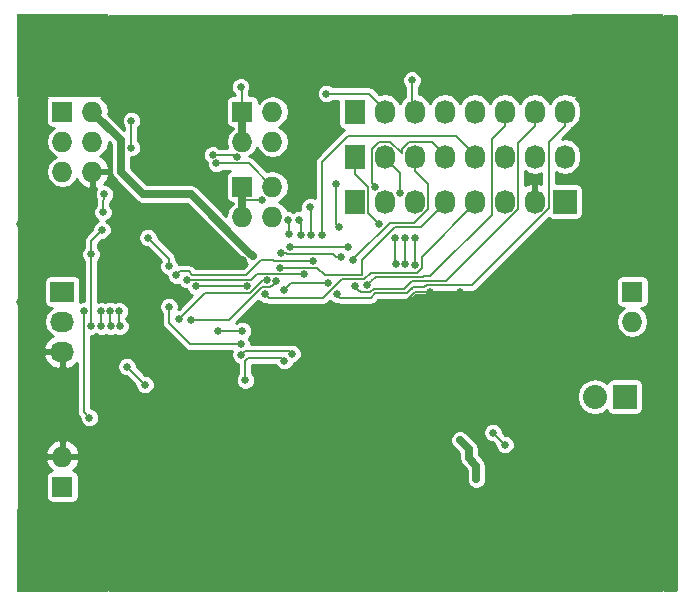
<source format=gbr>
G04 #@! TF.FileFunction,Copper,L2,Bot,Mixed*
%FSLAX46Y46*%
G04 Gerber Fmt 4.6, Leading zero omitted, Abs format (unit mm)*
G04 Created by KiCad (PCBNEW 4.0.3-stable) date 10/09/16 09:38:23*
%MOMM*%
%LPD*%
G01*
G04 APERTURE LIST*
%ADD10C,0.100000*%
%ADD11R,2.032000X2.032000*%
%ADD12R,1.727200X1.727200*%
%ADD13O,1.727200X1.727200*%
%ADD14R,1.727200X2.032000*%
%ADD15O,1.727200X2.032000*%
%ADD16O,2.032000X2.032000*%
%ADD17R,2.032000X1.727200*%
%ADD18O,2.032000X1.727200*%
%ADD19C,5.400000*%
%ADD20C,0.600000*%
%ADD21C,0.635000*%
%ADD22C,0.635000*%
%ADD23C,0.203200*%
%ADD24C,0.254000*%
%ADD25C,0.025400*%
G04 APERTURE END LIST*
D10*
D11*
X100965000Y-53340000D03*
D12*
X58420000Y-77470000D03*
D13*
X58420000Y-74930000D03*
D14*
X83185000Y-49530000D03*
D15*
X85725000Y-49530000D03*
X88265000Y-49530000D03*
X90805000Y-49530000D03*
X93345000Y-49530000D03*
X95885000Y-49530000D03*
X98425000Y-49530000D03*
X100965000Y-49530000D03*
D14*
X83185000Y-53340000D03*
D15*
X85725000Y-53340000D03*
X88265000Y-53340000D03*
X90805000Y-53340000D03*
X93345000Y-53340000D03*
X95885000Y-53340000D03*
X98425000Y-53340000D03*
D14*
X83185000Y-45720000D03*
D15*
X85725000Y-45720000D03*
X88265000Y-45720000D03*
X90805000Y-45720000D03*
X93345000Y-45720000D03*
X95885000Y-45720000D03*
X98425000Y-45720000D03*
X100965000Y-45720000D03*
D12*
X73660000Y-52070000D03*
D13*
X76200000Y-52070000D03*
X73660000Y-54610000D03*
X76200000Y-54610000D03*
D12*
X73660000Y-45720000D03*
D13*
X76200000Y-45720000D03*
X73660000Y-48260000D03*
X76200000Y-48260000D03*
D11*
X106045000Y-69850000D03*
D16*
X103505000Y-69850000D03*
D12*
X58420000Y-45720000D03*
D13*
X60960000Y-45720000D03*
X58420000Y-48260000D03*
X60960000Y-48260000D03*
X58420000Y-50800000D03*
X60960000Y-50800000D03*
D12*
X106680000Y-60960000D03*
D13*
X106680000Y-63500000D03*
D17*
X58420000Y-60960000D03*
D18*
X58420000Y-63500000D03*
X58420000Y-66040000D03*
D19*
X58420000Y-40640000D03*
D20*
X60445000Y-40640000D03*
X59851891Y-42071891D03*
X58420000Y-42665000D03*
X56988109Y-42071891D03*
X56395000Y-40640000D03*
X56988109Y-39208109D03*
X58420000Y-38615000D03*
X59851891Y-39208109D03*
D19*
X105410000Y-40640000D03*
D20*
X107435000Y-40640000D03*
X106841891Y-42071891D03*
X105410000Y-42665000D03*
X103978109Y-42071891D03*
X103385000Y-40640000D03*
X103978109Y-39208109D03*
X105410000Y-38615000D03*
X106841891Y-39208109D03*
D19*
X58420000Y-83185000D03*
D20*
X60445000Y-83185000D03*
X59851891Y-84616891D03*
X58420000Y-85210000D03*
X56988109Y-84616891D03*
X56395000Y-83185000D03*
X56988109Y-81753109D03*
X58420000Y-81160000D03*
X59851891Y-81753109D03*
D19*
X105410000Y-83185000D03*
D20*
X107435000Y-83185000D03*
X106841891Y-84616891D03*
X105410000Y-85210000D03*
X103978109Y-84616891D03*
X103385000Y-83185000D03*
X103978109Y-81753109D03*
X105410000Y-81160000D03*
X106841891Y-81753109D03*
D21*
X74561804Y-57975510D03*
X92075000Y-73533000D03*
X93472000Y-76835000D03*
X94869000Y-72898000D03*
X95885000Y-73914000D03*
X65278000Y-52705000D03*
X71755000Y-57150000D03*
X70866000Y-57277000D03*
X100584000Y-68453000D03*
X55499000Y-72517000D03*
X54864000Y-61849000D03*
X54864000Y-55245000D03*
X55118000Y-49276000D03*
X55626000Y-45085000D03*
X94996000Y-80772000D03*
X104648000Y-55372000D03*
X104648000Y-51308000D03*
X104648000Y-47752000D03*
X91440000Y-67310000D03*
X90805000Y-76200000D03*
X86360000Y-76200000D03*
X84455000Y-74295000D03*
X75565000Y-69850000D03*
X78105000Y-71755000D03*
X88900000Y-71755000D03*
X86995000Y-62230000D03*
X89535000Y-60960000D03*
X92075000Y-60960000D03*
X94615000Y-60960000D03*
X97155000Y-60960000D03*
X99695000Y-60960000D03*
X100330000Y-85090000D03*
X109220000Y-73660000D03*
X109220000Y-78740000D03*
X106680000Y-78740000D03*
X102870000Y-78740000D03*
X88900000Y-82550000D03*
X85090000Y-80010000D03*
X81280000Y-80010000D03*
X77470000Y-80010000D03*
X73660000Y-80010000D03*
X69850000Y-80010000D03*
X66040000Y-80010000D03*
X62230000Y-80010000D03*
X57150000Y-69850000D03*
X66040000Y-73660000D03*
X62230000Y-74930000D03*
X82550000Y-66040000D03*
X85090000Y-64770000D03*
X91440000Y-64770000D03*
X95250000Y-64770000D03*
X99060000Y-64770000D03*
X102870000Y-64770000D03*
X102870000Y-60960000D03*
X104140000Y-57150000D03*
X107950000Y-53340000D03*
X107950000Y-49530000D03*
X107950000Y-45720000D03*
X64770000Y-38100000D03*
X68580000Y-38100000D03*
X72390000Y-38100000D03*
X76200000Y-38100000D03*
X80010000Y-38100000D03*
X83820000Y-38100000D03*
X87630000Y-38100000D03*
X91440000Y-38100000D03*
X95250000Y-38100000D03*
X99060000Y-38100000D03*
X91440000Y-43180000D03*
X95250000Y-43180000D03*
X99060000Y-43180000D03*
X99060000Y-55880000D03*
X99568000Y-76327000D03*
X98425000Y-77851000D03*
X95250000Y-67437000D03*
X96393000Y-68326000D03*
X68961000Y-45593000D03*
X65786000Y-45593000D03*
X73690098Y-58293000D03*
X69850000Y-58293000D03*
X74549000Y-76962000D03*
X73533000Y-78105000D03*
X73279000Y-73025000D03*
X72136000Y-74295000D03*
X81280000Y-77851000D03*
X80010000Y-78994000D03*
X83153881Y-71532119D03*
X81915000Y-72644000D03*
X84455000Y-70866000D03*
X85852000Y-69596000D03*
X86643544Y-58662213D03*
X77851000Y-66211510D03*
X85217000Y-55245000D03*
X86614000Y-56388000D03*
X73533000Y-66294000D03*
X87429129Y-58608599D03*
X87401413Y-56388000D03*
X86995000Y-52578000D03*
X73914000Y-68453000D03*
X77216000Y-66802000D03*
X83003126Y-58301636D03*
X78867000Y-59499510D03*
X84872136Y-52073326D03*
X68961000Y-59944000D03*
X79629000Y-58356490D03*
X80391000Y-56134000D03*
X68072000Y-59563000D03*
X79374989Y-53785289D03*
X75724862Y-60007512D03*
X79502000Y-56134000D03*
X68326000Y-63246000D03*
X76539288Y-60070568D03*
X81583315Y-51817012D03*
X81808184Y-55452649D03*
X69342000Y-63373000D03*
X63307763Y-63880889D03*
X78486000Y-54864000D03*
X78613000Y-56134000D03*
X63246000Y-62611000D03*
X61733287Y-63859521D03*
X61658510Y-62611000D03*
X73660000Y-64262000D03*
X71628000Y-64262000D03*
X80884516Y-60263762D03*
X77216000Y-60833000D03*
X88265000Y-58674000D03*
X88265000Y-56388000D03*
X76836108Y-58928000D03*
X74019137Y-60520088D03*
X75614978Y-61150523D03*
X69723000Y-60515510D03*
X82614547Y-57170162D03*
X77714390Y-57213479D03*
X62520354Y-63882815D03*
X62445923Y-62611000D03*
X77558349Y-54917535D03*
X77640227Y-56060546D03*
X65405000Y-68834000D03*
X63881000Y-67310000D03*
X60833000Y-63881000D03*
X60833000Y-57785000D03*
X61771106Y-55732187D03*
X61849000Y-54229000D03*
X61976000Y-52705000D03*
X64262000Y-48768000D03*
X64262000Y-46482000D03*
X80772000Y-44196000D03*
X88011000Y-43053000D03*
X60261490Y-62613482D03*
X60706000Y-71628000D03*
X75342047Y-53226380D03*
X73522866Y-43624510D03*
X73533000Y-65405000D03*
X67437000Y-62230000D03*
X67437000Y-58801000D03*
X65659000Y-56388000D03*
X84231362Y-60425459D03*
X83181322Y-60490121D03*
X81641535Y-61160803D03*
X71462879Y-50108846D03*
X73182794Y-49545444D03*
X71159716Y-49382134D03*
X82044064Y-58035878D03*
X76900031Y-57719969D03*
D22*
X74244305Y-57658011D02*
X74561804Y-57975510D01*
X65278000Y-52705000D02*
X69291294Y-52705000D01*
X69291294Y-52705000D02*
X74244305Y-57658011D01*
X92329000Y-73787000D02*
X92075000Y-73533000D01*
X92837000Y-74295000D02*
X92329000Y-73787000D01*
X92837000Y-74422000D02*
X92837000Y-74295000D01*
X92837000Y-75057000D02*
X92837000Y-74422000D01*
X93472000Y-75692000D02*
X92837000Y-75057000D01*
X93472000Y-76835000D02*
X93472000Y-75692000D01*
D23*
X94996000Y-73025000D02*
X94869000Y-72898000D01*
X95885000Y-73914000D02*
X94996000Y-73025000D01*
D22*
X63373000Y-48133000D02*
X63373000Y-50800000D01*
X63373000Y-50800000D02*
X65278000Y-52705000D01*
X60960000Y-45720000D02*
X63373000Y-48133000D01*
D23*
X54864000Y-55245000D02*
X54864000Y-61849000D01*
X55626000Y-45085000D02*
X55118000Y-45593000D01*
X55118000Y-45593000D02*
X55118000Y-49276000D01*
X104648000Y-47752000D02*
X104648000Y-51308000D01*
X90805000Y-76200000D02*
X90805000Y-67945000D01*
X90805000Y-67945000D02*
X91440000Y-67310000D01*
X84455000Y-74295000D02*
X86360000Y-76200000D01*
X78105000Y-71755000D02*
X76200000Y-69850000D01*
X76200000Y-69850000D02*
X75565000Y-69850000D01*
X89535000Y-60960000D02*
X88265000Y-60960000D01*
X88265000Y-60960000D02*
X86995000Y-62230000D01*
X94615000Y-60960000D02*
X92075000Y-60960000D01*
X99695000Y-60960000D02*
X97155000Y-60960000D01*
X104855999Y-82630999D02*
X102789001Y-82630999D01*
X102789001Y-82630999D02*
X100330000Y-85090000D01*
X106680000Y-78740000D02*
X109220000Y-78740000D01*
X105410000Y-83185000D02*
X104855999Y-82630999D01*
X104855999Y-82630999D02*
X104855999Y-80725999D01*
X104855999Y-80725999D02*
X102870000Y-78740000D01*
X87630000Y-82550000D02*
X88900000Y-82550000D01*
X85090000Y-80010000D02*
X87630000Y-82550000D01*
X77470000Y-80010000D02*
X81280000Y-80010000D01*
X69850000Y-80010000D02*
X73660000Y-80010000D01*
X62230000Y-80010000D02*
X66040000Y-80010000D01*
X57150000Y-80010000D02*
X62230000Y-80010000D01*
X55880000Y-78740000D02*
X57150000Y-80010000D01*
X55880000Y-74930000D02*
X55880000Y-78740000D01*
X58420000Y-74930000D02*
X55880000Y-74930000D01*
X62230000Y-74930000D02*
X64770000Y-74930000D01*
X64770000Y-74930000D02*
X66040000Y-73660000D01*
X85090000Y-64770000D02*
X83820000Y-66040000D01*
X83820000Y-66040000D02*
X82550000Y-66040000D01*
X95250000Y-64770000D02*
X91440000Y-64770000D01*
X102870000Y-64770000D02*
X99060000Y-64770000D01*
X104140000Y-57150000D02*
X102870000Y-58420000D01*
X102870000Y-58420000D02*
X102870000Y-60960000D01*
X107950000Y-49530000D02*
X107950000Y-53340000D01*
X105410000Y-40640000D02*
X105964001Y-41194001D01*
X105964001Y-41194001D02*
X105964001Y-43734001D01*
X105964001Y-43734001D02*
X107950000Y-45720000D01*
X64770000Y-38100000D02*
X63107890Y-39762110D01*
X63107890Y-39762110D02*
X59297890Y-39762110D01*
X59297890Y-39762110D02*
X58420000Y-40640000D01*
X72390000Y-38100000D02*
X68580000Y-38100000D01*
X80010000Y-38100000D02*
X76200000Y-38100000D01*
X87630000Y-38100000D02*
X83820000Y-38100000D01*
X95250000Y-38100000D02*
X91440000Y-38100000D01*
X105410000Y-40640000D02*
X104855999Y-40085999D01*
X104855999Y-40085999D02*
X101045999Y-40085999D01*
X101045999Y-40085999D02*
X99060000Y-38100000D01*
X99060000Y-43180000D02*
X95250000Y-43180000D01*
X86614000Y-58632669D02*
X86643544Y-58662213D01*
X86614000Y-56388000D02*
X86614000Y-58632669D01*
X84302601Y-52120799D02*
X83185000Y-51003198D01*
X84302601Y-54330601D02*
X84302601Y-52120799D01*
X83185000Y-50749200D02*
X83185000Y-49530000D01*
X85217000Y-55245000D02*
X84302601Y-54330601D01*
X83185000Y-51003198D02*
X83185000Y-50749200D01*
X77615991Y-65976501D02*
X77851000Y-66211510D01*
X73533000Y-66294000D02*
X73850499Y-65976501D01*
X73850499Y-65976501D02*
X77615991Y-65976501D01*
X87401413Y-58580883D02*
X87429129Y-58608599D01*
X87401413Y-56388000D02*
X87401413Y-58580883D01*
X86995000Y-52578000D02*
X86995000Y-50952400D01*
X86995000Y-50952400D02*
X85725000Y-49682400D01*
X85725000Y-49682400D02*
X85725000Y-49530000D01*
X73914000Y-68453000D02*
X73914000Y-66802000D01*
X73914000Y-66802000D02*
X74168000Y-66548000D01*
X76962000Y-66548000D02*
X77216000Y-66802000D01*
X74168000Y-66548000D02*
X76962000Y-66548000D01*
X83320625Y-57984137D02*
X83003126Y-58301636D01*
X86161373Y-55143389D02*
X83320625Y-57984137D01*
X88265000Y-50749200D02*
X89382610Y-51866810D01*
X89382610Y-51866810D02*
X89382610Y-53955329D01*
X89382610Y-53955329D02*
X88194550Y-55143389D01*
X88194550Y-55143389D02*
X86161373Y-55143389D01*
X88265000Y-49530000D02*
X88265000Y-50749200D01*
X78417988Y-59499510D02*
X78867000Y-59499510D01*
X76561794Y-59499510D02*
X78417988Y-59499510D01*
X74930000Y-59436000D02*
X76498284Y-59436000D01*
X68961000Y-59944000D02*
X74422000Y-59944000D01*
X74422000Y-59944000D02*
X74930000Y-59436000D01*
X76498284Y-59436000D02*
X76561794Y-59499510D01*
X87147390Y-48914671D02*
X87802071Y-48259990D01*
X87147390Y-49219451D02*
X87147390Y-48914671D01*
X85262071Y-48259990D02*
X86187929Y-48259990D01*
X87802071Y-48259990D02*
X89687390Y-48259990D01*
X84872136Y-52073326D02*
X84607390Y-51808580D01*
X84607390Y-51808580D02*
X84607390Y-48914671D01*
X86187929Y-48259990D02*
X87147390Y-49219451D01*
X84607390Y-48914671D02*
X85262071Y-48259990D01*
X90805000Y-49377600D02*
X90805000Y-49530000D01*
X89687390Y-48259990D02*
X90805000Y-49377600D01*
X76297031Y-58324371D02*
X75216128Y-58324371D01*
X75216128Y-58324371D02*
X73977499Y-59563000D01*
X68389499Y-59245501D02*
X68072000Y-59563000D01*
X69108323Y-59245501D02*
X68389499Y-59245501D01*
X69425822Y-59563000D02*
X69108323Y-59245501D01*
X79629000Y-58356490D02*
X76329150Y-58356490D01*
X76329150Y-58356490D02*
X76297031Y-58324371D01*
X73977499Y-59563000D02*
X69425822Y-59563000D01*
X82626198Y-47752000D02*
X80391000Y-49987198D01*
X91719400Y-47752000D02*
X82626198Y-47752000D01*
X80391000Y-49987198D02*
X80391000Y-56134000D01*
X93345000Y-49530000D02*
X93345000Y-49377600D01*
X93345000Y-49377600D02*
X91719400Y-47752000D01*
X79502000Y-53912300D02*
X79374989Y-53785289D01*
X79502000Y-56134000D02*
X79502000Y-53912300D01*
X68326000Y-63246000D02*
X70480411Y-61091589D01*
X74293360Y-61091589D02*
X75377437Y-60007512D01*
X75377437Y-60007512D02*
X75724862Y-60007512D01*
X70480411Y-61091589D02*
X74293360Y-61091589D01*
X76030843Y-60579013D02*
X76221789Y-60388067D01*
X76221789Y-60388067D02*
X76539288Y-60070568D01*
X69342000Y-63373000D02*
X72514857Y-63373000D01*
X72514857Y-63373000D02*
X75308844Y-60579013D01*
X75308844Y-60579013D02*
X76030843Y-60579013D01*
X81583315Y-51817012D02*
X81583315Y-55227780D01*
X81583315Y-55227780D02*
X81808184Y-55452649D01*
X63246000Y-62611000D02*
X63246000Y-63819126D01*
X63246000Y-63819126D02*
X63307763Y-63880889D01*
X78613000Y-56134000D02*
X78613000Y-54991000D01*
X78613000Y-54991000D02*
X78486000Y-54864000D01*
X61658510Y-63784744D02*
X61733287Y-63859521D01*
X61658510Y-62611000D02*
X61658510Y-63784744D01*
X71628000Y-64262000D02*
X73660000Y-64262000D01*
X80435504Y-60263762D02*
X80884516Y-60263762D01*
X77785238Y-60263762D02*
X80435504Y-60263762D01*
X77216000Y-60833000D02*
X77785238Y-60263762D01*
X88265000Y-56388000D02*
X88265000Y-58674000D01*
X86614000Y-55499000D02*
X83820000Y-58293000D01*
X83820000Y-59563000D02*
X80645000Y-59563000D01*
X80645000Y-59563000D02*
X80010000Y-58928000D01*
X83820000Y-58293000D02*
X83820000Y-59563000D01*
X88798400Y-55499000D02*
X86614000Y-55499000D01*
X90805000Y-53492400D02*
X88798400Y-55499000D01*
X80010000Y-58928000D02*
X76836108Y-58928000D01*
X90805000Y-53340000D02*
X90805000Y-53492400D01*
X88836502Y-58000898D02*
X88836502Y-58948322D01*
X93345000Y-53492400D02*
X88836502Y-58000898D01*
X82075489Y-59918611D02*
X80526078Y-61468022D01*
X83967298Y-59918611D02*
X82075489Y-59918611D01*
X84526129Y-59359779D02*
X83967298Y-59918611D01*
X88836502Y-58948322D02*
X88425045Y-59359779D01*
X93345000Y-53340000D02*
X93345000Y-53492400D01*
X75932477Y-61468022D02*
X75614978Y-61150523D01*
X88425045Y-59359779D02*
X84526129Y-59359779D01*
X80526078Y-61468022D02*
X75932477Y-61468022D01*
X69723000Y-60515510D02*
X73787000Y-60515510D01*
X73791578Y-60520088D02*
X74019137Y-60520088D01*
X73787000Y-60515510D02*
X73791578Y-60520088D01*
X77714390Y-57213479D02*
X82571230Y-57213479D01*
X82571230Y-57213479D02*
X82614547Y-57170162D01*
X62445923Y-63808384D02*
X62520354Y-63882815D01*
X62445923Y-62611000D02*
X62445923Y-63808384D01*
X77640227Y-54999413D02*
X77558349Y-54917535D01*
X77640227Y-56060546D02*
X77640227Y-54999413D01*
X63881000Y-67310000D02*
X65405000Y-68834000D01*
X60833000Y-57785000D02*
X60833000Y-58234012D01*
X60833000Y-58234012D02*
X60833000Y-63881000D01*
X61771106Y-55732187D02*
X60833000Y-56670293D01*
X60833000Y-56670293D02*
X60833000Y-57785000D01*
X61849000Y-54102000D02*
X61849000Y-54229000D01*
X61849000Y-53281012D02*
X61849000Y-54102000D01*
X61976000Y-52705000D02*
X61976000Y-53154012D01*
X61976000Y-53154012D02*
X61849000Y-53281012D01*
X64262000Y-46482000D02*
X64262000Y-48768000D01*
X85725000Y-45567600D02*
X84353400Y-44196000D01*
X84353400Y-44196000D02*
X80772000Y-44196000D01*
X85725000Y-45720000D02*
X85725000Y-45567600D01*
X88011000Y-43053000D02*
X88011000Y-45466000D01*
X88011000Y-45466000D02*
X88265000Y-45720000D01*
X60706000Y-71628000D02*
X60261490Y-71183490D01*
X60261490Y-63062494D02*
X60261490Y-62613482D01*
X60261490Y-71183490D02*
X60261490Y-63062494D01*
D22*
X73660000Y-52070000D02*
X73660000Y-53086000D01*
X73660000Y-53086000D02*
X73660000Y-54610000D01*
D23*
X75342047Y-53226380D02*
X73800380Y-53226380D01*
X73800380Y-53226380D02*
X73660000Y-53086000D01*
X73660000Y-43761644D02*
X73522866Y-43624510D01*
X73660000Y-45720000D02*
X73660000Y-43761644D01*
X67437000Y-63627000D02*
X69215000Y-65405000D01*
X69215000Y-65405000D02*
X73533000Y-65405000D01*
X67437000Y-62230000D02*
X67437000Y-63627000D01*
X65659000Y-56388000D02*
X67437000Y-58166000D01*
X67437000Y-58166000D02*
X67437000Y-58801000D01*
D22*
X73660000Y-45720000D02*
X73660000Y-48260000D01*
D23*
X84548861Y-60107960D02*
X84231362Y-60425459D01*
X84941431Y-59715390D02*
X84548861Y-60107960D01*
X88927970Y-59715390D02*
X84941431Y-59715390D01*
X89542631Y-59677277D02*
X88966083Y-59677277D01*
X95885000Y-46939200D02*
X94767390Y-48056810D01*
X94767390Y-48056810D02*
X94767390Y-54452518D01*
X95885000Y-45720000D02*
X95885000Y-46939200D01*
X94767390Y-54452518D02*
X89542631Y-59677277D01*
X88966083Y-59677277D02*
X88927970Y-59715390D01*
X98425000Y-46939200D02*
X98425000Y-45720000D01*
X97002610Y-48361590D02*
X98425000Y-46939200D01*
X97002610Y-53955329D02*
X97002610Y-48361590D01*
X89113381Y-60032888D02*
X90925051Y-60032888D01*
X90925051Y-60032888D02*
X97002610Y-53955329D01*
X89075269Y-60071000D02*
X89113381Y-60032888D01*
X88011000Y-60071000D02*
X89075269Y-60071000D01*
X84505683Y-60996960D02*
X83688161Y-60996960D01*
X87376860Y-60705140D02*
X84797503Y-60705140D01*
X84797503Y-60705140D02*
X84505683Y-60996960D01*
X88011000Y-60071000D02*
X87376860Y-60705140D01*
X83688161Y-60996960D02*
X83498821Y-60807620D01*
X83498821Y-60807620D02*
X83181322Y-60490121D01*
X88011000Y-60071000D02*
X88138000Y-60071000D01*
X99593399Y-48310801D02*
X100965000Y-46939200D01*
X100965000Y-46939200D02*
X100965000Y-45720000D01*
X93109441Y-60388498D02*
X99593399Y-53904540D01*
X89260680Y-60388498D02*
X93109441Y-60388498D01*
X99593399Y-53904540D02*
X99593399Y-48310801D01*
X88112611Y-60604389D02*
X89044789Y-60604389D01*
X87947501Y-60769499D02*
X88112611Y-60604389D01*
X89044789Y-60604389D02*
X89260680Y-60388498D01*
X87625884Y-61091116D02*
X84914435Y-61091116D01*
X87947501Y-60769499D02*
X87625884Y-61091116D01*
X84527249Y-61478302D02*
X81959034Y-61478302D01*
X81959034Y-61478302D02*
X81641535Y-61160803D01*
X84914435Y-61091116D02*
X84527249Y-61478302D01*
X87947501Y-60769499D02*
X88011000Y-60706000D01*
X71911891Y-50108846D02*
X71462879Y-50108846D01*
X76200000Y-52070000D02*
X74246945Y-50116945D01*
X71919990Y-50116945D02*
X71911891Y-50108846D01*
X74246945Y-50116945D02*
X71919990Y-50116945D01*
X73019484Y-49382134D02*
X73182794Y-49545444D01*
X71159716Y-49382134D02*
X73019484Y-49382134D01*
X81595052Y-58035878D02*
X82044064Y-58035878D01*
X77349043Y-57719969D02*
X77414063Y-57784989D01*
X77414063Y-57784989D02*
X81344163Y-57784989D01*
X81344163Y-57784989D02*
X81595052Y-58035878D01*
X76900031Y-57719969D02*
X77349043Y-57719969D01*
D24*
G36*
X110363000Y-86233000D02*
X109347000Y-86233000D01*
X109347000Y-79375000D01*
X109338315Y-79328841D01*
X109311035Y-79286447D01*
X109269410Y-79258006D01*
X109220000Y-79248000D01*
X101600000Y-79248000D01*
X101553841Y-79256685D01*
X101511447Y-79283965D01*
X101483006Y-79325590D01*
X101473000Y-79375000D01*
X101473000Y-86233000D01*
X62357000Y-86233000D01*
X62357000Y-79375000D01*
X62348315Y-79328841D01*
X62321035Y-79286447D01*
X62279410Y-79258006D01*
X62230000Y-79248000D01*
X54737000Y-79248000D01*
X54737000Y-75289027D01*
X56965032Y-75289027D01*
X57213179Y-75818490D01*
X57517050Y-76095852D01*
X57368147Y-76123870D01*
X57195247Y-76235128D01*
X57079255Y-76404888D01*
X57038448Y-76606400D01*
X57038448Y-78333600D01*
X57073870Y-78521853D01*
X57185128Y-78694753D01*
X57354888Y-78810745D01*
X57556400Y-78851552D01*
X59283600Y-78851552D01*
X59471853Y-78816130D01*
X59644753Y-78704872D01*
X59760745Y-78535112D01*
X59801552Y-78333600D01*
X59801552Y-76606400D01*
X59766130Y-76418147D01*
X59654872Y-76245247D01*
X59485112Y-76129255D01*
X59322444Y-76096314D01*
X59626821Y-75818490D01*
X59874968Y-75289027D01*
X59754469Y-75057000D01*
X58547000Y-75057000D01*
X58547000Y-75077000D01*
X58293000Y-75077000D01*
X58293000Y-75057000D01*
X57085531Y-75057000D01*
X56965032Y-75289027D01*
X54737000Y-75289027D01*
X54737000Y-74570973D01*
X56965032Y-74570973D01*
X57085531Y-74803000D01*
X58293000Y-74803000D01*
X58293000Y-73596183D01*
X58547000Y-73596183D01*
X58547000Y-74803000D01*
X59754469Y-74803000D01*
X59874968Y-74570973D01*
X59626821Y-74041510D01*
X59248817Y-73696482D01*
X91249357Y-73696482D01*
X91374767Y-73999998D01*
X91606781Y-74232417D01*
X91607127Y-74232561D01*
X91745281Y-74370714D01*
X91745283Y-74370717D01*
X92011500Y-74636933D01*
X92011500Y-75057000D01*
X92074337Y-75372906D01*
X92253283Y-75640717D01*
X92646500Y-76033933D01*
X92646500Y-76834280D01*
X92646357Y-76998482D01*
X92771767Y-77301998D01*
X93003781Y-77534417D01*
X93307077Y-77660357D01*
X93635482Y-77660643D01*
X93938998Y-77535233D01*
X94171417Y-77303219D01*
X94297357Y-76999923D01*
X94297643Y-76671518D01*
X94297500Y-76671172D01*
X94297500Y-75692005D01*
X94297501Y-75692000D01*
X94234663Y-75376095D01*
X94176486Y-75289027D01*
X94055717Y-75108283D01*
X94055714Y-75108281D01*
X93662500Y-74715066D01*
X93662500Y-74295000D01*
X93599663Y-73979095D01*
X93420717Y-73711283D01*
X93420714Y-73711281D01*
X92912717Y-73203283D01*
X92912714Y-73203281D01*
X92770916Y-73061482D01*
X94043357Y-73061482D01*
X94168767Y-73364998D01*
X94400781Y-73597417D01*
X94704077Y-73723357D01*
X94832365Y-73723469D01*
X95059468Y-73950572D01*
X95059357Y-74077482D01*
X95184767Y-74380998D01*
X95416781Y-74613417D01*
X95720077Y-74739357D01*
X96048482Y-74739643D01*
X96351998Y-74614233D01*
X96584417Y-74382219D01*
X96710357Y-74078923D01*
X96710643Y-73750518D01*
X96585233Y-73447002D01*
X96353219Y-73214583D01*
X96049923Y-73088643D01*
X95921635Y-73088531D01*
X95694532Y-72861428D01*
X95694643Y-72734518D01*
X95569233Y-72431002D01*
X95337219Y-72198583D01*
X95033923Y-72072643D01*
X94705518Y-72072357D01*
X94402002Y-72197767D01*
X94169583Y-72429781D01*
X94043643Y-72733077D01*
X94043357Y-73061482D01*
X92770916Y-73061482D01*
X92658717Y-72949283D01*
X92543219Y-72833583D01*
X92239923Y-72707643D01*
X91911518Y-72707357D01*
X91608002Y-72832767D01*
X91375583Y-73064781D01*
X91249643Y-73368077D01*
X91249357Y-73696482D01*
X59248817Y-73696482D01*
X59194947Y-73647312D01*
X58779026Y-73475042D01*
X58547000Y-73596183D01*
X58293000Y-73596183D01*
X58060974Y-73475042D01*
X57645053Y-73647312D01*
X57213179Y-74041510D01*
X56965032Y-74570973D01*
X54737000Y-74570973D01*
X54737000Y-66399026D01*
X56812642Y-66399026D01*
X56815291Y-66414791D01*
X57069268Y-66942036D01*
X57505680Y-67331954D01*
X58058087Y-67525184D01*
X58293000Y-67380924D01*
X58293000Y-66167000D01*
X56933783Y-66167000D01*
X56812642Y-66399026D01*
X54737000Y-66399026D01*
X54737000Y-65680974D01*
X56812642Y-65680974D01*
X56933783Y-65913000D01*
X58293000Y-65913000D01*
X58293000Y-65893000D01*
X58547000Y-65893000D01*
X58547000Y-65913000D01*
X58567000Y-65913000D01*
X58567000Y-66167000D01*
X58547000Y-66167000D01*
X58547000Y-67380924D01*
X58781913Y-67525184D01*
X59334320Y-67331954D01*
X59651890Y-67048217D01*
X59651890Y-71183490D01*
X59698293Y-71416774D01*
X59830438Y-71614542D01*
X59880468Y-71664572D01*
X59880357Y-71791482D01*
X60005767Y-72094998D01*
X60237781Y-72327417D01*
X60541077Y-72453357D01*
X60869482Y-72453643D01*
X61172998Y-72328233D01*
X61405417Y-72096219D01*
X61531357Y-71792923D01*
X61531643Y-71464518D01*
X61406233Y-71161002D01*
X61174219Y-70928583D01*
X60871090Y-70802712D01*
X60871090Y-69820143D01*
X101981000Y-69820143D01*
X101981000Y-69879857D01*
X102097008Y-70463067D01*
X102427369Y-70957488D01*
X102921790Y-71287849D01*
X103505000Y-71403857D01*
X104088210Y-71287849D01*
X104534335Y-70989759D01*
X104546470Y-71054253D01*
X104657728Y-71227153D01*
X104827488Y-71343145D01*
X105029000Y-71383952D01*
X107061000Y-71383952D01*
X107249253Y-71348530D01*
X107422153Y-71237272D01*
X107538145Y-71067512D01*
X107578952Y-70866000D01*
X107578952Y-68834000D01*
X107543530Y-68645747D01*
X107432272Y-68472847D01*
X107262512Y-68356855D01*
X107061000Y-68316048D01*
X105029000Y-68316048D01*
X104840747Y-68351470D01*
X104667847Y-68462728D01*
X104551855Y-68632488D01*
X104535898Y-68711286D01*
X104088210Y-68412151D01*
X103505000Y-68296143D01*
X102921790Y-68412151D01*
X102427369Y-68742512D01*
X102097008Y-69236933D01*
X101981000Y-69820143D01*
X60871090Y-69820143D01*
X60871090Y-67473482D01*
X63055357Y-67473482D01*
X63180767Y-67776998D01*
X63412781Y-68009417D01*
X63716077Y-68135357D01*
X63844364Y-68135469D01*
X64579468Y-68870572D01*
X64579357Y-68997482D01*
X64704767Y-69300998D01*
X64936781Y-69533417D01*
X65240077Y-69659357D01*
X65568482Y-69659643D01*
X65871998Y-69534233D01*
X66104417Y-69302219D01*
X66230357Y-68998923D01*
X66230643Y-68670518D01*
X66105233Y-68367002D01*
X65873219Y-68134583D01*
X65569923Y-68008643D01*
X65441636Y-68008531D01*
X64706532Y-67273428D01*
X64706643Y-67146518D01*
X64581233Y-66843002D01*
X64349219Y-66610583D01*
X64045923Y-66484643D01*
X63717518Y-66484357D01*
X63414002Y-66609767D01*
X63181583Y-66841781D01*
X63055643Y-67145077D01*
X63055357Y-67473482D01*
X60871090Y-67473482D01*
X60871090Y-64706534D01*
X60996482Y-64706643D01*
X61299998Y-64581233D01*
X61305510Y-64575731D01*
X61568364Y-64684878D01*
X61896769Y-64685164D01*
X62098894Y-64601648D01*
X62355431Y-64708172D01*
X62683836Y-64708458D01*
X62916575Y-64612292D01*
X63142840Y-64706246D01*
X63471245Y-64706532D01*
X63774761Y-64581122D01*
X64007180Y-64349108D01*
X64133120Y-64045812D01*
X64133406Y-63717407D01*
X64007996Y-63413891D01*
X63855600Y-63261229D01*
X63855600Y-63168879D01*
X63945417Y-63079219D01*
X64071357Y-62775923D01*
X64071643Y-62447518D01*
X63946233Y-62144002D01*
X63714219Y-61911583D01*
X63410923Y-61785643D01*
X63082518Y-61785357D01*
X62845754Y-61883186D01*
X62610846Y-61785643D01*
X62282441Y-61785357D01*
X62052025Y-61880563D01*
X61823433Y-61785643D01*
X61495028Y-61785357D01*
X61442600Y-61807020D01*
X61442600Y-58342879D01*
X61532417Y-58253219D01*
X61658357Y-57949923D01*
X61658643Y-57621518D01*
X61533233Y-57318002D01*
X61442600Y-57227211D01*
X61442600Y-56922797D01*
X61807678Y-56557719D01*
X61934588Y-56557830D01*
X62238104Y-56432420D01*
X62470523Y-56200406D01*
X62596463Y-55897110D01*
X62596749Y-55568705D01*
X62471339Y-55265189D01*
X62239325Y-55032770D01*
X62152587Y-54996753D01*
X62315998Y-54929233D01*
X62548417Y-54697219D01*
X62674357Y-54393923D01*
X62674643Y-54065518D01*
X62549233Y-53762002D01*
X62458600Y-53671211D01*
X62458600Y-53507917D01*
X62539197Y-53387296D01*
X62548046Y-53342807D01*
X62558580Y-53289853D01*
X62675417Y-53173219D01*
X62801357Y-52869923D01*
X62801643Y-52541518D01*
X62676233Y-52238002D01*
X62444219Y-52005583D01*
X62140923Y-51879643D01*
X61964713Y-51879490D01*
X62242688Y-51574947D01*
X62414958Y-51159026D01*
X62293817Y-50927000D01*
X61087000Y-50927000D01*
X61087000Y-52134469D01*
X61279124Y-52234245D01*
X61276583Y-52236781D01*
X61150643Y-52540077D01*
X61150357Y-52868482D01*
X61265856Y-53148011D01*
X61239400Y-53281012D01*
X61239400Y-53671121D01*
X61149583Y-53760781D01*
X61023643Y-54064077D01*
X61023357Y-54392482D01*
X61148767Y-54695998D01*
X61380781Y-54928417D01*
X61467519Y-54964434D01*
X61304108Y-55031954D01*
X61071689Y-55263968D01*
X60945749Y-55567264D01*
X60945637Y-55695552D01*
X60401948Y-56239241D01*
X60269803Y-56437009D01*
X60223400Y-56670293D01*
X60223400Y-57227121D01*
X60133583Y-57316781D01*
X60007643Y-57620077D01*
X60007357Y-57948482D01*
X60132767Y-58251998D01*
X60223400Y-58342789D01*
X60223400Y-61787948D01*
X60098008Y-61787839D01*
X59948701Y-61849531D01*
X59953952Y-61823600D01*
X59953952Y-60096400D01*
X59918530Y-59908147D01*
X59807272Y-59735247D01*
X59637512Y-59619255D01*
X59436000Y-59578448D01*
X57404000Y-59578448D01*
X57215747Y-59613870D01*
X57042847Y-59725128D01*
X56926855Y-59894888D01*
X56886048Y-60096400D01*
X56886048Y-61823600D01*
X56921470Y-62011853D01*
X57032728Y-62184753D01*
X57202488Y-62300745D01*
X57404000Y-62341552D01*
X57550105Y-62341552D01*
X57267875Y-62530132D01*
X56970550Y-62975111D01*
X56866143Y-63500000D01*
X56970550Y-64024889D01*
X57267875Y-64469868D01*
X57622856Y-64707058D01*
X57505680Y-64748046D01*
X57069268Y-65137964D01*
X56815291Y-65665209D01*
X56812642Y-65680974D01*
X54737000Y-65680974D01*
X54737000Y-44577000D01*
X57132474Y-44577000D01*
X57079255Y-44654888D01*
X57038448Y-44856400D01*
X57038448Y-46583600D01*
X57073870Y-46771853D01*
X57185128Y-46944753D01*
X57354888Y-47060745D01*
X57556400Y-47101552D01*
X57705491Y-47101552D01*
X57423261Y-47290132D01*
X57125936Y-47735111D01*
X57021529Y-48260000D01*
X57125936Y-48784889D01*
X57423261Y-49229868D01*
X57868240Y-49527193D01*
X57882352Y-49530000D01*
X57868240Y-49532807D01*
X57423261Y-49830132D01*
X57125936Y-50275111D01*
X57021529Y-50800000D01*
X57125936Y-51324889D01*
X57423261Y-51769868D01*
X57868240Y-52067193D01*
X58393129Y-52171600D01*
X58446871Y-52171600D01*
X58971760Y-52067193D01*
X59416739Y-51769868D01*
X59627438Y-51454534D01*
X59677312Y-51574947D01*
X60071510Y-52006821D01*
X60600973Y-52254968D01*
X60833000Y-52134469D01*
X60833000Y-50927000D01*
X60813000Y-50927000D01*
X60813000Y-50673000D01*
X60833000Y-50673000D01*
X60833000Y-50653000D01*
X61087000Y-50653000D01*
X61087000Y-50673000D01*
X62293817Y-50673000D01*
X62414958Y-50440974D01*
X62242688Y-50025053D01*
X61848490Y-49593179D01*
X61592537Y-49473220D01*
X61956739Y-49229868D01*
X62254064Y-48784889D01*
X62354173Y-48281606D01*
X62547500Y-48474933D01*
X62547500Y-50800000D01*
X62610337Y-51115906D01*
X62789283Y-51383717D01*
X64694060Y-53288494D01*
X64809781Y-53404417D01*
X65113077Y-53530357D01*
X65277998Y-53530501D01*
X65278002Y-53530501D01*
X65441482Y-53530643D01*
X65441828Y-53530500D01*
X68949360Y-53530500D01*
X73660586Y-58241725D01*
X73660588Y-58241728D01*
X73977293Y-58558432D01*
X74048566Y-58629829D01*
X73724995Y-58953400D01*
X69678326Y-58953400D01*
X69539375Y-58814449D01*
X69341607Y-58682304D01*
X69108323Y-58635901D01*
X68389499Y-58635901D01*
X68262622Y-58661138D01*
X68262643Y-58637518D01*
X68137233Y-58334002D01*
X68046600Y-58243211D01*
X68046600Y-58166000D01*
X68000197Y-57932716D01*
X67868052Y-57734948D01*
X66484532Y-56351428D01*
X66484643Y-56224518D01*
X66359233Y-55921002D01*
X66127219Y-55688583D01*
X65823923Y-55562643D01*
X65495518Y-55562357D01*
X65192002Y-55687767D01*
X64959583Y-55919781D01*
X64833643Y-56223077D01*
X64833357Y-56551482D01*
X64958767Y-56854998D01*
X65190781Y-57087417D01*
X65494077Y-57213357D01*
X65622365Y-57213469D01*
X66739632Y-58330736D01*
X66737583Y-58332781D01*
X66611643Y-58636077D01*
X66611357Y-58964482D01*
X66736767Y-59267998D01*
X66968781Y-59500417D01*
X67246453Y-59615717D01*
X67246357Y-59726482D01*
X67371767Y-60029998D01*
X67603781Y-60262417D01*
X67907077Y-60388357D01*
X68235482Y-60388643D01*
X68249190Y-60382979D01*
X68260767Y-60410998D01*
X68492781Y-60643417D01*
X68796077Y-60769357D01*
X68934745Y-60769478D01*
X69022767Y-60982508D01*
X69254781Y-61214927D01*
X69424497Y-61285399D01*
X68289428Y-62420468D01*
X68251764Y-62420435D01*
X68262357Y-62394923D01*
X68262643Y-62066518D01*
X68137233Y-61763002D01*
X67905219Y-61530583D01*
X67601923Y-61404643D01*
X67273518Y-61404357D01*
X66970002Y-61529767D01*
X66737583Y-61761781D01*
X66611643Y-62065077D01*
X66611357Y-62393482D01*
X66736767Y-62696998D01*
X66827400Y-62787789D01*
X66827400Y-63627000D01*
X66873803Y-63860284D01*
X67005948Y-64058052D01*
X68783948Y-65836052D01*
X68981716Y-65968197D01*
X69215000Y-66014600D01*
X72755178Y-66014600D01*
X72707643Y-66129077D01*
X72707357Y-66457482D01*
X72832767Y-66760998D01*
X73064781Y-66993417D01*
X73304400Y-67092916D01*
X73304400Y-67895121D01*
X73214583Y-67984781D01*
X73088643Y-68288077D01*
X73088357Y-68616482D01*
X73213767Y-68919998D01*
X73445781Y-69152417D01*
X73749077Y-69278357D01*
X74077482Y-69278643D01*
X74380998Y-69153233D01*
X74613417Y-68921219D01*
X74739357Y-68617923D01*
X74739643Y-68289518D01*
X74614233Y-67986002D01*
X74523600Y-67895211D01*
X74523600Y-67157600D01*
X76469738Y-67157600D01*
X76515767Y-67268998D01*
X76747781Y-67501417D01*
X77051077Y-67627357D01*
X77379482Y-67627643D01*
X77682998Y-67502233D01*
X77915417Y-67270219D01*
X78012196Y-67037151D01*
X78014482Y-67037153D01*
X78317998Y-66911743D01*
X78550417Y-66679729D01*
X78676357Y-66376433D01*
X78676643Y-66048028D01*
X78551233Y-65744512D01*
X78319219Y-65512093D01*
X78015923Y-65386153D01*
X77711444Y-65385888D01*
X77615991Y-65366901D01*
X74358534Y-65366901D01*
X74358643Y-65241518D01*
X74233233Y-64938002D01*
X74192324Y-64897021D01*
X74359417Y-64730219D01*
X74485357Y-64426923D01*
X74485643Y-64098518D01*
X74360233Y-63795002D01*
X74128219Y-63562583D01*
X73824923Y-63436643D01*
X73496518Y-63436357D01*
X73193002Y-63561767D01*
X73102211Y-63652400D01*
X73097561Y-63652400D01*
X75023498Y-61726464D01*
X75146759Y-61849940D01*
X75450055Y-61975880D01*
X75616589Y-61976025D01*
X75647556Y-61996716D01*
X75699193Y-62031219D01*
X75932477Y-62077622D01*
X80526078Y-62077622D01*
X80759362Y-62031219D01*
X80957130Y-61899074D01*
X81084727Y-61771477D01*
X81173316Y-61860220D01*
X81476612Y-61986160D01*
X81643146Y-61986305D01*
X81665738Y-62001400D01*
X81725750Y-62041499D01*
X81959034Y-62087902D01*
X84527249Y-62087902D01*
X84760533Y-62041499D01*
X84958301Y-61909354D01*
X85166940Y-61700716D01*
X87625884Y-61700716D01*
X87859168Y-61654313D01*
X88056936Y-61522168D01*
X88365115Y-61213989D01*
X89044789Y-61213989D01*
X89278073Y-61167586D01*
X89475841Y-61035441D01*
X89513184Y-60998098D01*
X93109441Y-60998098D01*
X93342725Y-60951695D01*
X93540493Y-60819550D01*
X94263643Y-60096400D01*
X105298448Y-60096400D01*
X105298448Y-61823600D01*
X105333870Y-62011853D01*
X105445128Y-62184753D01*
X105614888Y-62300745D01*
X105816400Y-62341552D01*
X105952147Y-62341552D01*
X105710132Y-62503261D01*
X105412807Y-62948240D01*
X105308400Y-63473129D01*
X105308400Y-63526871D01*
X105412807Y-64051760D01*
X105710132Y-64496739D01*
X106155111Y-64794064D01*
X106680000Y-64898471D01*
X107204889Y-64794064D01*
X107649868Y-64496739D01*
X107947193Y-64051760D01*
X108051600Y-63526871D01*
X108051600Y-63473129D01*
X107947193Y-62948240D01*
X107649868Y-62503261D01*
X107407853Y-62341552D01*
X107543600Y-62341552D01*
X107731853Y-62306130D01*
X107904753Y-62194872D01*
X108020745Y-62025112D01*
X108061552Y-61823600D01*
X108061552Y-60096400D01*
X108026130Y-59908147D01*
X107914872Y-59735247D01*
X107745112Y-59619255D01*
X107543600Y-59578448D01*
X105816400Y-59578448D01*
X105628147Y-59613870D01*
X105455247Y-59725128D01*
X105339255Y-59894888D01*
X105298448Y-60096400D01*
X94263643Y-60096400D01*
X99616440Y-54743604D01*
X99747488Y-54833145D01*
X99949000Y-54873952D01*
X101981000Y-54873952D01*
X102169253Y-54838530D01*
X102342153Y-54727272D01*
X102458145Y-54557512D01*
X102498952Y-54356000D01*
X102498952Y-52324000D01*
X102463530Y-52135747D01*
X102352272Y-51962847D01*
X102182512Y-51846855D01*
X101981000Y-51806048D01*
X100202999Y-51806048D01*
X100202999Y-50821017D01*
X100440111Y-50979450D01*
X100965000Y-51083857D01*
X101489889Y-50979450D01*
X101934868Y-50682125D01*
X102232193Y-50237146D01*
X102336600Y-49712257D01*
X102336600Y-49347743D01*
X102232193Y-48822854D01*
X101934868Y-48377875D01*
X101489889Y-48080550D01*
X100965000Y-47976143D01*
X100746748Y-48019556D01*
X101396052Y-47370252D01*
X101528197Y-47172484D01*
X101534765Y-47139465D01*
X101934868Y-46872125D01*
X102232193Y-46427146D01*
X102336600Y-45902257D01*
X102336600Y-45537743D01*
X102232193Y-45012854D01*
X101940965Y-44577000D01*
X109220000Y-44577000D01*
X109266159Y-44568315D01*
X109308553Y-44541035D01*
X109336994Y-44499410D01*
X109347000Y-44450000D01*
X109347000Y-37592000D01*
X110363000Y-37592000D01*
X110363000Y-86233000D01*
X110363000Y-86233000D01*
G37*
X110363000Y-86233000D02*
X109347000Y-86233000D01*
X109347000Y-79375000D01*
X109338315Y-79328841D01*
X109311035Y-79286447D01*
X109269410Y-79258006D01*
X109220000Y-79248000D01*
X101600000Y-79248000D01*
X101553841Y-79256685D01*
X101511447Y-79283965D01*
X101483006Y-79325590D01*
X101473000Y-79375000D01*
X101473000Y-86233000D01*
X62357000Y-86233000D01*
X62357000Y-79375000D01*
X62348315Y-79328841D01*
X62321035Y-79286447D01*
X62279410Y-79258006D01*
X62230000Y-79248000D01*
X54737000Y-79248000D01*
X54737000Y-75289027D01*
X56965032Y-75289027D01*
X57213179Y-75818490D01*
X57517050Y-76095852D01*
X57368147Y-76123870D01*
X57195247Y-76235128D01*
X57079255Y-76404888D01*
X57038448Y-76606400D01*
X57038448Y-78333600D01*
X57073870Y-78521853D01*
X57185128Y-78694753D01*
X57354888Y-78810745D01*
X57556400Y-78851552D01*
X59283600Y-78851552D01*
X59471853Y-78816130D01*
X59644753Y-78704872D01*
X59760745Y-78535112D01*
X59801552Y-78333600D01*
X59801552Y-76606400D01*
X59766130Y-76418147D01*
X59654872Y-76245247D01*
X59485112Y-76129255D01*
X59322444Y-76096314D01*
X59626821Y-75818490D01*
X59874968Y-75289027D01*
X59754469Y-75057000D01*
X58547000Y-75057000D01*
X58547000Y-75077000D01*
X58293000Y-75077000D01*
X58293000Y-75057000D01*
X57085531Y-75057000D01*
X56965032Y-75289027D01*
X54737000Y-75289027D01*
X54737000Y-74570973D01*
X56965032Y-74570973D01*
X57085531Y-74803000D01*
X58293000Y-74803000D01*
X58293000Y-73596183D01*
X58547000Y-73596183D01*
X58547000Y-74803000D01*
X59754469Y-74803000D01*
X59874968Y-74570973D01*
X59626821Y-74041510D01*
X59248817Y-73696482D01*
X91249357Y-73696482D01*
X91374767Y-73999998D01*
X91606781Y-74232417D01*
X91607127Y-74232561D01*
X91745281Y-74370714D01*
X91745283Y-74370717D01*
X92011500Y-74636933D01*
X92011500Y-75057000D01*
X92074337Y-75372906D01*
X92253283Y-75640717D01*
X92646500Y-76033933D01*
X92646500Y-76834280D01*
X92646357Y-76998482D01*
X92771767Y-77301998D01*
X93003781Y-77534417D01*
X93307077Y-77660357D01*
X93635482Y-77660643D01*
X93938998Y-77535233D01*
X94171417Y-77303219D01*
X94297357Y-76999923D01*
X94297643Y-76671518D01*
X94297500Y-76671172D01*
X94297500Y-75692005D01*
X94297501Y-75692000D01*
X94234663Y-75376095D01*
X94176486Y-75289027D01*
X94055717Y-75108283D01*
X94055714Y-75108281D01*
X93662500Y-74715066D01*
X93662500Y-74295000D01*
X93599663Y-73979095D01*
X93420717Y-73711283D01*
X93420714Y-73711281D01*
X92912717Y-73203283D01*
X92912714Y-73203281D01*
X92770916Y-73061482D01*
X94043357Y-73061482D01*
X94168767Y-73364998D01*
X94400781Y-73597417D01*
X94704077Y-73723357D01*
X94832365Y-73723469D01*
X95059468Y-73950572D01*
X95059357Y-74077482D01*
X95184767Y-74380998D01*
X95416781Y-74613417D01*
X95720077Y-74739357D01*
X96048482Y-74739643D01*
X96351998Y-74614233D01*
X96584417Y-74382219D01*
X96710357Y-74078923D01*
X96710643Y-73750518D01*
X96585233Y-73447002D01*
X96353219Y-73214583D01*
X96049923Y-73088643D01*
X95921635Y-73088531D01*
X95694532Y-72861428D01*
X95694643Y-72734518D01*
X95569233Y-72431002D01*
X95337219Y-72198583D01*
X95033923Y-72072643D01*
X94705518Y-72072357D01*
X94402002Y-72197767D01*
X94169583Y-72429781D01*
X94043643Y-72733077D01*
X94043357Y-73061482D01*
X92770916Y-73061482D01*
X92658717Y-72949283D01*
X92543219Y-72833583D01*
X92239923Y-72707643D01*
X91911518Y-72707357D01*
X91608002Y-72832767D01*
X91375583Y-73064781D01*
X91249643Y-73368077D01*
X91249357Y-73696482D01*
X59248817Y-73696482D01*
X59194947Y-73647312D01*
X58779026Y-73475042D01*
X58547000Y-73596183D01*
X58293000Y-73596183D01*
X58060974Y-73475042D01*
X57645053Y-73647312D01*
X57213179Y-74041510D01*
X56965032Y-74570973D01*
X54737000Y-74570973D01*
X54737000Y-66399026D01*
X56812642Y-66399026D01*
X56815291Y-66414791D01*
X57069268Y-66942036D01*
X57505680Y-67331954D01*
X58058087Y-67525184D01*
X58293000Y-67380924D01*
X58293000Y-66167000D01*
X56933783Y-66167000D01*
X56812642Y-66399026D01*
X54737000Y-66399026D01*
X54737000Y-65680974D01*
X56812642Y-65680974D01*
X56933783Y-65913000D01*
X58293000Y-65913000D01*
X58293000Y-65893000D01*
X58547000Y-65893000D01*
X58547000Y-65913000D01*
X58567000Y-65913000D01*
X58567000Y-66167000D01*
X58547000Y-66167000D01*
X58547000Y-67380924D01*
X58781913Y-67525184D01*
X59334320Y-67331954D01*
X59651890Y-67048217D01*
X59651890Y-71183490D01*
X59698293Y-71416774D01*
X59830438Y-71614542D01*
X59880468Y-71664572D01*
X59880357Y-71791482D01*
X60005767Y-72094998D01*
X60237781Y-72327417D01*
X60541077Y-72453357D01*
X60869482Y-72453643D01*
X61172998Y-72328233D01*
X61405417Y-72096219D01*
X61531357Y-71792923D01*
X61531643Y-71464518D01*
X61406233Y-71161002D01*
X61174219Y-70928583D01*
X60871090Y-70802712D01*
X60871090Y-69820143D01*
X101981000Y-69820143D01*
X101981000Y-69879857D01*
X102097008Y-70463067D01*
X102427369Y-70957488D01*
X102921790Y-71287849D01*
X103505000Y-71403857D01*
X104088210Y-71287849D01*
X104534335Y-70989759D01*
X104546470Y-71054253D01*
X104657728Y-71227153D01*
X104827488Y-71343145D01*
X105029000Y-71383952D01*
X107061000Y-71383952D01*
X107249253Y-71348530D01*
X107422153Y-71237272D01*
X107538145Y-71067512D01*
X107578952Y-70866000D01*
X107578952Y-68834000D01*
X107543530Y-68645747D01*
X107432272Y-68472847D01*
X107262512Y-68356855D01*
X107061000Y-68316048D01*
X105029000Y-68316048D01*
X104840747Y-68351470D01*
X104667847Y-68462728D01*
X104551855Y-68632488D01*
X104535898Y-68711286D01*
X104088210Y-68412151D01*
X103505000Y-68296143D01*
X102921790Y-68412151D01*
X102427369Y-68742512D01*
X102097008Y-69236933D01*
X101981000Y-69820143D01*
X60871090Y-69820143D01*
X60871090Y-67473482D01*
X63055357Y-67473482D01*
X63180767Y-67776998D01*
X63412781Y-68009417D01*
X63716077Y-68135357D01*
X63844364Y-68135469D01*
X64579468Y-68870572D01*
X64579357Y-68997482D01*
X64704767Y-69300998D01*
X64936781Y-69533417D01*
X65240077Y-69659357D01*
X65568482Y-69659643D01*
X65871998Y-69534233D01*
X66104417Y-69302219D01*
X66230357Y-68998923D01*
X66230643Y-68670518D01*
X66105233Y-68367002D01*
X65873219Y-68134583D01*
X65569923Y-68008643D01*
X65441636Y-68008531D01*
X64706532Y-67273428D01*
X64706643Y-67146518D01*
X64581233Y-66843002D01*
X64349219Y-66610583D01*
X64045923Y-66484643D01*
X63717518Y-66484357D01*
X63414002Y-66609767D01*
X63181583Y-66841781D01*
X63055643Y-67145077D01*
X63055357Y-67473482D01*
X60871090Y-67473482D01*
X60871090Y-64706534D01*
X60996482Y-64706643D01*
X61299998Y-64581233D01*
X61305510Y-64575731D01*
X61568364Y-64684878D01*
X61896769Y-64685164D01*
X62098894Y-64601648D01*
X62355431Y-64708172D01*
X62683836Y-64708458D01*
X62916575Y-64612292D01*
X63142840Y-64706246D01*
X63471245Y-64706532D01*
X63774761Y-64581122D01*
X64007180Y-64349108D01*
X64133120Y-64045812D01*
X64133406Y-63717407D01*
X64007996Y-63413891D01*
X63855600Y-63261229D01*
X63855600Y-63168879D01*
X63945417Y-63079219D01*
X64071357Y-62775923D01*
X64071643Y-62447518D01*
X63946233Y-62144002D01*
X63714219Y-61911583D01*
X63410923Y-61785643D01*
X63082518Y-61785357D01*
X62845754Y-61883186D01*
X62610846Y-61785643D01*
X62282441Y-61785357D01*
X62052025Y-61880563D01*
X61823433Y-61785643D01*
X61495028Y-61785357D01*
X61442600Y-61807020D01*
X61442600Y-58342879D01*
X61532417Y-58253219D01*
X61658357Y-57949923D01*
X61658643Y-57621518D01*
X61533233Y-57318002D01*
X61442600Y-57227211D01*
X61442600Y-56922797D01*
X61807678Y-56557719D01*
X61934588Y-56557830D01*
X62238104Y-56432420D01*
X62470523Y-56200406D01*
X62596463Y-55897110D01*
X62596749Y-55568705D01*
X62471339Y-55265189D01*
X62239325Y-55032770D01*
X62152587Y-54996753D01*
X62315998Y-54929233D01*
X62548417Y-54697219D01*
X62674357Y-54393923D01*
X62674643Y-54065518D01*
X62549233Y-53762002D01*
X62458600Y-53671211D01*
X62458600Y-53507917D01*
X62539197Y-53387296D01*
X62548046Y-53342807D01*
X62558580Y-53289853D01*
X62675417Y-53173219D01*
X62801357Y-52869923D01*
X62801643Y-52541518D01*
X62676233Y-52238002D01*
X62444219Y-52005583D01*
X62140923Y-51879643D01*
X61964713Y-51879490D01*
X62242688Y-51574947D01*
X62414958Y-51159026D01*
X62293817Y-50927000D01*
X61087000Y-50927000D01*
X61087000Y-52134469D01*
X61279124Y-52234245D01*
X61276583Y-52236781D01*
X61150643Y-52540077D01*
X61150357Y-52868482D01*
X61265856Y-53148011D01*
X61239400Y-53281012D01*
X61239400Y-53671121D01*
X61149583Y-53760781D01*
X61023643Y-54064077D01*
X61023357Y-54392482D01*
X61148767Y-54695998D01*
X61380781Y-54928417D01*
X61467519Y-54964434D01*
X61304108Y-55031954D01*
X61071689Y-55263968D01*
X60945749Y-55567264D01*
X60945637Y-55695552D01*
X60401948Y-56239241D01*
X60269803Y-56437009D01*
X60223400Y-56670293D01*
X60223400Y-57227121D01*
X60133583Y-57316781D01*
X60007643Y-57620077D01*
X60007357Y-57948482D01*
X60132767Y-58251998D01*
X60223400Y-58342789D01*
X60223400Y-61787948D01*
X60098008Y-61787839D01*
X59948701Y-61849531D01*
X59953952Y-61823600D01*
X59953952Y-60096400D01*
X59918530Y-59908147D01*
X59807272Y-59735247D01*
X59637512Y-59619255D01*
X59436000Y-59578448D01*
X57404000Y-59578448D01*
X57215747Y-59613870D01*
X57042847Y-59725128D01*
X56926855Y-59894888D01*
X56886048Y-60096400D01*
X56886048Y-61823600D01*
X56921470Y-62011853D01*
X57032728Y-62184753D01*
X57202488Y-62300745D01*
X57404000Y-62341552D01*
X57550105Y-62341552D01*
X57267875Y-62530132D01*
X56970550Y-62975111D01*
X56866143Y-63500000D01*
X56970550Y-64024889D01*
X57267875Y-64469868D01*
X57622856Y-64707058D01*
X57505680Y-64748046D01*
X57069268Y-65137964D01*
X56815291Y-65665209D01*
X56812642Y-65680974D01*
X54737000Y-65680974D01*
X54737000Y-44577000D01*
X57132474Y-44577000D01*
X57079255Y-44654888D01*
X57038448Y-44856400D01*
X57038448Y-46583600D01*
X57073870Y-46771853D01*
X57185128Y-46944753D01*
X57354888Y-47060745D01*
X57556400Y-47101552D01*
X57705491Y-47101552D01*
X57423261Y-47290132D01*
X57125936Y-47735111D01*
X57021529Y-48260000D01*
X57125936Y-48784889D01*
X57423261Y-49229868D01*
X57868240Y-49527193D01*
X57882352Y-49530000D01*
X57868240Y-49532807D01*
X57423261Y-49830132D01*
X57125936Y-50275111D01*
X57021529Y-50800000D01*
X57125936Y-51324889D01*
X57423261Y-51769868D01*
X57868240Y-52067193D01*
X58393129Y-52171600D01*
X58446871Y-52171600D01*
X58971760Y-52067193D01*
X59416739Y-51769868D01*
X59627438Y-51454534D01*
X59677312Y-51574947D01*
X60071510Y-52006821D01*
X60600973Y-52254968D01*
X60833000Y-52134469D01*
X60833000Y-50927000D01*
X60813000Y-50927000D01*
X60813000Y-50673000D01*
X60833000Y-50673000D01*
X60833000Y-50653000D01*
X61087000Y-50653000D01*
X61087000Y-50673000D01*
X62293817Y-50673000D01*
X62414958Y-50440974D01*
X62242688Y-50025053D01*
X61848490Y-49593179D01*
X61592537Y-49473220D01*
X61956739Y-49229868D01*
X62254064Y-48784889D01*
X62354173Y-48281606D01*
X62547500Y-48474933D01*
X62547500Y-50800000D01*
X62610337Y-51115906D01*
X62789283Y-51383717D01*
X64694060Y-53288494D01*
X64809781Y-53404417D01*
X65113077Y-53530357D01*
X65277998Y-53530501D01*
X65278002Y-53530501D01*
X65441482Y-53530643D01*
X65441828Y-53530500D01*
X68949360Y-53530500D01*
X73660586Y-58241725D01*
X73660588Y-58241728D01*
X73977293Y-58558432D01*
X74048566Y-58629829D01*
X73724995Y-58953400D01*
X69678326Y-58953400D01*
X69539375Y-58814449D01*
X69341607Y-58682304D01*
X69108323Y-58635901D01*
X68389499Y-58635901D01*
X68262622Y-58661138D01*
X68262643Y-58637518D01*
X68137233Y-58334002D01*
X68046600Y-58243211D01*
X68046600Y-58166000D01*
X68000197Y-57932716D01*
X67868052Y-57734948D01*
X66484532Y-56351428D01*
X66484643Y-56224518D01*
X66359233Y-55921002D01*
X66127219Y-55688583D01*
X65823923Y-55562643D01*
X65495518Y-55562357D01*
X65192002Y-55687767D01*
X64959583Y-55919781D01*
X64833643Y-56223077D01*
X64833357Y-56551482D01*
X64958767Y-56854998D01*
X65190781Y-57087417D01*
X65494077Y-57213357D01*
X65622365Y-57213469D01*
X66739632Y-58330736D01*
X66737583Y-58332781D01*
X66611643Y-58636077D01*
X66611357Y-58964482D01*
X66736767Y-59267998D01*
X66968781Y-59500417D01*
X67246453Y-59615717D01*
X67246357Y-59726482D01*
X67371767Y-60029998D01*
X67603781Y-60262417D01*
X67907077Y-60388357D01*
X68235482Y-60388643D01*
X68249190Y-60382979D01*
X68260767Y-60410998D01*
X68492781Y-60643417D01*
X68796077Y-60769357D01*
X68934745Y-60769478D01*
X69022767Y-60982508D01*
X69254781Y-61214927D01*
X69424497Y-61285399D01*
X68289428Y-62420468D01*
X68251764Y-62420435D01*
X68262357Y-62394923D01*
X68262643Y-62066518D01*
X68137233Y-61763002D01*
X67905219Y-61530583D01*
X67601923Y-61404643D01*
X67273518Y-61404357D01*
X66970002Y-61529767D01*
X66737583Y-61761781D01*
X66611643Y-62065077D01*
X66611357Y-62393482D01*
X66736767Y-62696998D01*
X66827400Y-62787789D01*
X66827400Y-63627000D01*
X66873803Y-63860284D01*
X67005948Y-64058052D01*
X68783948Y-65836052D01*
X68981716Y-65968197D01*
X69215000Y-66014600D01*
X72755178Y-66014600D01*
X72707643Y-66129077D01*
X72707357Y-66457482D01*
X72832767Y-66760998D01*
X73064781Y-66993417D01*
X73304400Y-67092916D01*
X73304400Y-67895121D01*
X73214583Y-67984781D01*
X73088643Y-68288077D01*
X73088357Y-68616482D01*
X73213767Y-68919998D01*
X73445781Y-69152417D01*
X73749077Y-69278357D01*
X74077482Y-69278643D01*
X74380998Y-69153233D01*
X74613417Y-68921219D01*
X74739357Y-68617923D01*
X74739643Y-68289518D01*
X74614233Y-67986002D01*
X74523600Y-67895211D01*
X74523600Y-67157600D01*
X76469738Y-67157600D01*
X76515767Y-67268998D01*
X76747781Y-67501417D01*
X77051077Y-67627357D01*
X77379482Y-67627643D01*
X77682998Y-67502233D01*
X77915417Y-67270219D01*
X78012196Y-67037151D01*
X78014482Y-67037153D01*
X78317998Y-66911743D01*
X78550417Y-66679729D01*
X78676357Y-66376433D01*
X78676643Y-66048028D01*
X78551233Y-65744512D01*
X78319219Y-65512093D01*
X78015923Y-65386153D01*
X77711444Y-65385888D01*
X77615991Y-65366901D01*
X74358534Y-65366901D01*
X74358643Y-65241518D01*
X74233233Y-64938002D01*
X74192324Y-64897021D01*
X74359417Y-64730219D01*
X74485357Y-64426923D01*
X74485643Y-64098518D01*
X74360233Y-63795002D01*
X74128219Y-63562583D01*
X73824923Y-63436643D01*
X73496518Y-63436357D01*
X73193002Y-63561767D01*
X73102211Y-63652400D01*
X73097561Y-63652400D01*
X75023498Y-61726464D01*
X75146759Y-61849940D01*
X75450055Y-61975880D01*
X75616589Y-61976025D01*
X75647556Y-61996716D01*
X75699193Y-62031219D01*
X75932477Y-62077622D01*
X80526078Y-62077622D01*
X80759362Y-62031219D01*
X80957130Y-61899074D01*
X81084727Y-61771477D01*
X81173316Y-61860220D01*
X81476612Y-61986160D01*
X81643146Y-61986305D01*
X81665738Y-62001400D01*
X81725750Y-62041499D01*
X81959034Y-62087902D01*
X84527249Y-62087902D01*
X84760533Y-62041499D01*
X84958301Y-61909354D01*
X85166940Y-61700716D01*
X87625884Y-61700716D01*
X87859168Y-61654313D01*
X88056936Y-61522168D01*
X88365115Y-61213989D01*
X89044789Y-61213989D01*
X89278073Y-61167586D01*
X89475841Y-61035441D01*
X89513184Y-60998098D01*
X93109441Y-60998098D01*
X93342725Y-60951695D01*
X93540493Y-60819550D01*
X94263643Y-60096400D01*
X105298448Y-60096400D01*
X105298448Y-61823600D01*
X105333870Y-62011853D01*
X105445128Y-62184753D01*
X105614888Y-62300745D01*
X105816400Y-62341552D01*
X105952147Y-62341552D01*
X105710132Y-62503261D01*
X105412807Y-62948240D01*
X105308400Y-63473129D01*
X105308400Y-63526871D01*
X105412807Y-64051760D01*
X105710132Y-64496739D01*
X106155111Y-64794064D01*
X106680000Y-64898471D01*
X107204889Y-64794064D01*
X107649868Y-64496739D01*
X107947193Y-64051760D01*
X108051600Y-63526871D01*
X108051600Y-63473129D01*
X107947193Y-62948240D01*
X107649868Y-62503261D01*
X107407853Y-62341552D01*
X107543600Y-62341552D01*
X107731853Y-62306130D01*
X107904753Y-62194872D01*
X108020745Y-62025112D01*
X108061552Y-61823600D01*
X108061552Y-60096400D01*
X108026130Y-59908147D01*
X107914872Y-59735247D01*
X107745112Y-59619255D01*
X107543600Y-59578448D01*
X105816400Y-59578448D01*
X105628147Y-59613870D01*
X105455247Y-59725128D01*
X105339255Y-59894888D01*
X105298448Y-60096400D01*
X94263643Y-60096400D01*
X99616440Y-54743604D01*
X99747488Y-54833145D01*
X99949000Y-54873952D01*
X101981000Y-54873952D01*
X102169253Y-54838530D01*
X102342153Y-54727272D01*
X102458145Y-54557512D01*
X102498952Y-54356000D01*
X102498952Y-52324000D01*
X102463530Y-52135747D01*
X102352272Y-51962847D01*
X102182512Y-51846855D01*
X101981000Y-51806048D01*
X100202999Y-51806048D01*
X100202999Y-50821017D01*
X100440111Y-50979450D01*
X100965000Y-51083857D01*
X101489889Y-50979450D01*
X101934868Y-50682125D01*
X102232193Y-50237146D01*
X102336600Y-49712257D01*
X102336600Y-49347743D01*
X102232193Y-48822854D01*
X101934868Y-48377875D01*
X101489889Y-48080550D01*
X100965000Y-47976143D01*
X100746748Y-48019556D01*
X101396052Y-47370252D01*
X101528197Y-47172484D01*
X101534765Y-47139465D01*
X101934868Y-46872125D01*
X102232193Y-46427146D01*
X102336600Y-45902257D01*
X102336600Y-45537743D01*
X102232193Y-45012854D01*
X101940965Y-44577000D01*
X109220000Y-44577000D01*
X109266159Y-44568315D01*
X109308553Y-44541035D01*
X109336994Y-44499410D01*
X109347000Y-44450000D01*
X109347000Y-37592000D01*
X110363000Y-37592000D01*
X110363000Y-86233000D01*
G36*
X101473000Y-44267191D02*
X100965000Y-44166143D01*
X100440111Y-44270550D01*
X99995132Y-44567875D01*
X99697807Y-45012854D01*
X99695000Y-45026966D01*
X99692193Y-45012854D01*
X99394868Y-44567875D01*
X98949889Y-44270550D01*
X98425000Y-44166143D01*
X97900111Y-44270550D01*
X97455132Y-44567875D01*
X97157807Y-45012854D01*
X97155000Y-45026966D01*
X97152193Y-45012854D01*
X96854868Y-44567875D01*
X96409889Y-44270550D01*
X95885000Y-44166143D01*
X95360111Y-44270550D01*
X94915132Y-44567875D01*
X94617807Y-45012854D01*
X94615000Y-45026966D01*
X94612193Y-45012854D01*
X94314868Y-44567875D01*
X93869889Y-44270550D01*
X93345000Y-44166143D01*
X92820111Y-44270550D01*
X92375132Y-44567875D01*
X92077807Y-45012854D01*
X92075000Y-45026966D01*
X92072193Y-45012854D01*
X91774868Y-44567875D01*
X91329889Y-44270550D01*
X90805000Y-44166143D01*
X90280111Y-44270550D01*
X89835132Y-44567875D01*
X89537807Y-45012854D01*
X89535000Y-45026966D01*
X89532193Y-45012854D01*
X89234868Y-44567875D01*
X88789889Y-44270550D01*
X88620600Y-44236876D01*
X88620600Y-43610879D01*
X88710417Y-43521219D01*
X88836357Y-43217923D01*
X88836643Y-42889518D01*
X88711233Y-42586002D01*
X88479219Y-42353583D01*
X88175923Y-42227643D01*
X87847518Y-42227357D01*
X87544002Y-42352767D01*
X87311583Y-42584781D01*
X87185643Y-42888077D01*
X87185357Y-43216482D01*
X87310767Y-43519998D01*
X87401400Y-43610789D01*
X87401400Y-44496869D01*
X87295132Y-44567875D01*
X86997807Y-45012854D01*
X86995000Y-45026966D01*
X86992193Y-45012854D01*
X86694868Y-44567875D01*
X86249889Y-44270550D01*
X85725000Y-44166143D01*
X85275132Y-44255627D01*
X84784452Y-43764948D01*
X84586684Y-43632803D01*
X84353400Y-43586400D01*
X81329879Y-43586400D01*
X81240219Y-43496583D01*
X80936923Y-43370643D01*
X80608518Y-43370357D01*
X80305002Y-43495767D01*
X80072583Y-43727781D01*
X79946643Y-44031077D01*
X79946357Y-44359482D01*
X80071767Y-44662998D01*
X80303781Y-44895417D01*
X80607077Y-45021357D01*
X80935482Y-45021643D01*
X81238998Y-44896233D01*
X81329789Y-44805600D01*
X81803448Y-44805600D01*
X81803448Y-46736000D01*
X81838870Y-46924253D01*
X81950128Y-47097153D01*
X82119888Y-47213145D01*
X82301456Y-47249913D01*
X82195145Y-47320948D01*
X79959948Y-49556146D01*
X79827803Y-49753914D01*
X79781400Y-49987198D01*
X79781400Y-53060207D01*
X79539912Y-52959932D01*
X79211507Y-52959646D01*
X78907991Y-53085056D01*
X78675572Y-53317070D01*
X78549632Y-53620366D01*
X78549346Y-53948771D01*
X78586457Y-54038587D01*
X78322518Y-54038357D01*
X78019002Y-54163767D01*
X77982773Y-54199933D01*
X77723272Y-54092178D01*
X77495430Y-54091980D01*
X77494064Y-54085111D01*
X77196739Y-53640132D01*
X76751760Y-53342807D01*
X76737648Y-53340000D01*
X76751760Y-53337193D01*
X77196739Y-53039868D01*
X77494064Y-52594889D01*
X77598471Y-52070000D01*
X77494064Y-51545111D01*
X77196739Y-51100132D01*
X76751760Y-50802807D01*
X76226871Y-50698400D01*
X76173129Y-50698400D01*
X75770577Y-50778473D01*
X74677997Y-49685893D01*
X74480229Y-49553748D01*
X74246945Y-49507345D01*
X74241465Y-49507345D01*
X74656739Y-49229868D01*
X74930000Y-48820903D01*
X75203261Y-49229868D01*
X75648240Y-49527193D01*
X76173129Y-49631600D01*
X76226871Y-49631600D01*
X76751760Y-49527193D01*
X77196739Y-49229868D01*
X77494064Y-48784889D01*
X77598471Y-48260000D01*
X77494064Y-47735111D01*
X77196739Y-47290132D01*
X76751760Y-46992807D01*
X76737648Y-46990000D01*
X76751760Y-46987193D01*
X77196739Y-46689868D01*
X77494064Y-46244889D01*
X77598471Y-45720000D01*
X77494064Y-45195111D01*
X77196739Y-44750132D01*
X76751760Y-44452807D01*
X76226871Y-44348400D01*
X76173129Y-44348400D01*
X75648240Y-44452807D01*
X75203261Y-44750132D01*
X75041552Y-44992147D01*
X75041552Y-44856400D01*
X75006130Y-44668147D01*
X74894872Y-44495247D01*
X74725112Y-44379255D01*
X74523600Y-44338448D01*
X74269600Y-44338448D01*
X74269600Y-43978777D01*
X74348223Y-43789433D01*
X74348509Y-43461028D01*
X74223099Y-43157512D01*
X73991085Y-42925093D01*
X73687789Y-42799153D01*
X73359384Y-42798867D01*
X73055868Y-42924277D01*
X72823449Y-43156291D01*
X72697509Y-43459587D01*
X72697223Y-43787992D01*
X72822633Y-44091508D01*
X73050400Y-44319673D01*
X73050400Y-44338448D01*
X72796400Y-44338448D01*
X72608147Y-44373870D01*
X72435247Y-44485128D01*
X72319255Y-44654888D01*
X72278448Y-44856400D01*
X72278448Y-46583600D01*
X72313870Y-46771853D01*
X72425128Y-46944753D01*
X72594888Y-47060745D01*
X72796400Y-47101552D01*
X72834500Y-47101552D01*
X72834500Y-47175714D01*
X72663261Y-47290132D01*
X72365936Y-47735111D01*
X72261529Y-48260000D01*
X72363478Y-48772534D01*
X71717595Y-48772534D01*
X71627935Y-48682717D01*
X71324639Y-48556777D01*
X70996234Y-48556491D01*
X70692718Y-48681901D01*
X70460299Y-48913915D01*
X70334359Y-49217211D01*
X70334073Y-49545616D01*
X70459483Y-49849132D01*
X70637449Y-50027409D01*
X70637236Y-50272328D01*
X70762646Y-50575844D01*
X70994660Y-50808263D01*
X71297956Y-50934203D01*
X71626361Y-50934489D01*
X71929877Y-50809079D01*
X72012555Y-50726545D01*
X72603990Y-50726545D01*
X72435247Y-50835128D01*
X72319255Y-51004888D01*
X72278448Y-51206400D01*
X72278448Y-52933600D01*
X72313870Y-53121853D01*
X72425128Y-53294753D01*
X72594888Y-53410745D01*
X72796400Y-53451552D01*
X72834500Y-53451552D01*
X72834500Y-53525714D01*
X72663261Y-53640132D01*
X72365936Y-54085111D01*
X72278485Y-54524757D01*
X69875011Y-52121283D01*
X69607200Y-51942337D01*
X69291294Y-51879500D01*
X65619934Y-51879500D01*
X64198500Y-50458066D01*
X64198500Y-49593445D01*
X64425482Y-49593643D01*
X64728998Y-49468233D01*
X64961417Y-49236219D01*
X65087357Y-48932923D01*
X65087643Y-48604518D01*
X64962233Y-48301002D01*
X64871600Y-48210211D01*
X64871600Y-47039879D01*
X64961417Y-46950219D01*
X65087357Y-46646923D01*
X65087643Y-46318518D01*
X64962233Y-46015002D01*
X64730219Y-45782583D01*
X64426923Y-45656643D01*
X64098518Y-45656357D01*
X63795002Y-45781767D01*
X63562583Y-46013781D01*
X63436643Y-46317077D01*
X63436357Y-46645482D01*
X63561767Y-46948998D01*
X63652400Y-47039789D01*
X63652400Y-47244967D01*
X62320139Y-45912706D01*
X62358471Y-45720000D01*
X62254064Y-45195111D01*
X61956739Y-44750132D01*
X61697628Y-44577000D01*
X62230000Y-44577000D01*
X62276159Y-44568315D01*
X62318553Y-44541035D01*
X62346994Y-44499410D01*
X62357000Y-44450000D01*
X62357000Y-37592000D01*
X101473000Y-37592000D01*
X101473000Y-44267191D01*
X101473000Y-44267191D01*
G37*
X101473000Y-44267191D02*
X100965000Y-44166143D01*
X100440111Y-44270550D01*
X99995132Y-44567875D01*
X99697807Y-45012854D01*
X99695000Y-45026966D01*
X99692193Y-45012854D01*
X99394868Y-44567875D01*
X98949889Y-44270550D01*
X98425000Y-44166143D01*
X97900111Y-44270550D01*
X97455132Y-44567875D01*
X97157807Y-45012854D01*
X97155000Y-45026966D01*
X97152193Y-45012854D01*
X96854868Y-44567875D01*
X96409889Y-44270550D01*
X95885000Y-44166143D01*
X95360111Y-44270550D01*
X94915132Y-44567875D01*
X94617807Y-45012854D01*
X94615000Y-45026966D01*
X94612193Y-45012854D01*
X94314868Y-44567875D01*
X93869889Y-44270550D01*
X93345000Y-44166143D01*
X92820111Y-44270550D01*
X92375132Y-44567875D01*
X92077807Y-45012854D01*
X92075000Y-45026966D01*
X92072193Y-45012854D01*
X91774868Y-44567875D01*
X91329889Y-44270550D01*
X90805000Y-44166143D01*
X90280111Y-44270550D01*
X89835132Y-44567875D01*
X89537807Y-45012854D01*
X89535000Y-45026966D01*
X89532193Y-45012854D01*
X89234868Y-44567875D01*
X88789889Y-44270550D01*
X88620600Y-44236876D01*
X88620600Y-43610879D01*
X88710417Y-43521219D01*
X88836357Y-43217923D01*
X88836643Y-42889518D01*
X88711233Y-42586002D01*
X88479219Y-42353583D01*
X88175923Y-42227643D01*
X87847518Y-42227357D01*
X87544002Y-42352767D01*
X87311583Y-42584781D01*
X87185643Y-42888077D01*
X87185357Y-43216482D01*
X87310767Y-43519998D01*
X87401400Y-43610789D01*
X87401400Y-44496869D01*
X87295132Y-44567875D01*
X86997807Y-45012854D01*
X86995000Y-45026966D01*
X86992193Y-45012854D01*
X86694868Y-44567875D01*
X86249889Y-44270550D01*
X85725000Y-44166143D01*
X85275132Y-44255627D01*
X84784452Y-43764948D01*
X84586684Y-43632803D01*
X84353400Y-43586400D01*
X81329879Y-43586400D01*
X81240219Y-43496583D01*
X80936923Y-43370643D01*
X80608518Y-43370357D01*
X80305002Y-43495767D01*
X80072583Y-43727781D01*
X79946643Y-44031077D01*
X79946357Y-44359482D01*
X80071767Y-44662998D01*
X80303781Y-44895417D01*
X80607077Y-45021357D01*
X80935482Y-45021643D01*
X81238998Y-44896233D01*
X81329789Y-44805600D01*
X81803448Y-44805600D01*
X81803448Y-46736000D01*
X81838870Y-46924253D01*
X81950128Y-47097153D01*
X82119888Y-47213145D01*
X82301456Y-47249913D01*
X82195145Y-47320948D01*
X79959948Y-49556146D01*
X79827803Y-49753914D01*
X79781400Y-49987198D01*
X79781400Y-53060207D01*
X79539912Y-52959932D01*
X79211507Y-52959646D01*
X78907991Y-53085056D01*
X78675572Y-53317070D01*
X78549632Y-53620366D01*
X78549346Y-53948771D01*
X78586457Y-54038587D01*
X78322518Y-54038357D01*
X78019002Y-54163767D01*
X77982773Y-54199933D01*
X77723272Y-54092178D01*
X77495430Y-54091980D01*
X77494064Y-54085111D01*
X77196739Y-53640132D01*
X76751760Y-53342807D01*
X76737648Y-53340000D01*
X76751760Y-53337193D01*
X77196739Y-53039868D01*
X77494064Y-52594889D01*
X77598471Y-52070000D01*
X77494064Y-51545111D01*
X77196739Y-51100132D01*
X76751760Y-50802807D01*
X76226871Y-50698400D01*
X76173129Y-50698400D01*
X75770577Y-50778473D01*
X74677997Y-49685893D01*
X74480229Y-49553748D01*
X74246945Y-49507345D01*
X74241465Y-49507345D01*
X74656739Y-49229868D01*
X74930000Y-48820903D01*
X75203261Y-49229868D01*
X75648240Y-49527193D01*
X76173129Y-49631600D01*
X76226871Y-49631600D01*
X76751760Y-49527193D01*
X77196739Y-49229868D01*
X77494064Y-48784889D01*
X77598471Y-48260000D01*
X77494064Y-47735111D01*
X77196739Y-47290132D01*
X76751760Y-46992807D01*
X76737648Y-46990000D01*
X76751760Y-46987193D01*
X77196739Y-46689868D01*
X77494064Y-46244889D01*
X77598471Y-45720000D01*
X77494064Y-45195111D01*
X77196739Y-44750132D01*
X76751760Y-44452807D01*
X76226871Y-44348400D01*
X76173129Y-44348400D01*
X75648240Y-44452807D01*
X75203261Y-44750132D01*
X75041552Y-44992147D01*
X75041552Y-44856400D01*
X75006130Y-44668147D01*
X74894872Y-44495247D01*
X74725112Y-44379255D01*
X74523600Y-44338448D01*
X74269600Y-44338448D01*
X74269600Y-43978777D01*
X74348223Y-43789433D01*
X74348509Y-43461028D01*
X74223099Y-43157512D01*
X73991085Y-42925093D01*
X73687789Y-42799153D01*
X73359384Y-42798867D01*
X73055868Y-42924277D01*
X72823449Y-43156291D01*
X72697509Y-43459587D01*
X72697223Y-43787992D01*
X72822633Y-44091508D01*
X73050400Y-44319673D01*
X73050400Y-44338448D01*
X72796400Y-44338448D01*
X72608147Y-44373870D01*
X72435247Y-44485128D01*
X72319255Y-44654888D01*
X72278448Y-44856400D01*
X72278448Y-46583600D01*
X72313870Y-46771853D01*
X72425128Y-46944753D01*
X72594888Y-47060745D01*
X72796400Y-47101552D01*
X72834500Y-47101552D01*
X72834500Y-47175714D01*
X72663261Y-47290132D01*
X72365936Y-47735111D01*
X72261529Y-48260000D01*
X72363478Y-48772534D01*
X71717595Y-48772534D01*
X71627935Y-48682717D01*
X71324639Y-48556777D01*
X70996234Y-48556491D01*
X70692718Y-48681901D01*
X70460299Y-48913915D01*
X70334359Y-49217211D01*
X70334073Y-49545616D01*
X70459483Y-49849132D01*
X70637449Y-50027409D01*
X70637236Y-50272328D01*
X70762646Y-50575844D01*
X70994660Y-50808263D01*
X71297956Y-50934203D01*
X71626361Y-50934489D01*
X71929877Y-50809079D01*
X72012555Y-50726545D01*
X72603990Y-50726545D01*
X72435247Y-50835128D01*
X72319255Y-51004888D01*
X72278448Y-51206400D01*
X72278448Y-52933600D01*
X72313870Y-53121853D01*
X72425128Y-53294753D01*
X72594888Y-53410745D01*
X72796400Y-53451552D01*
X72834500Y-53451552D01*
X72834500Y-53525714D01*
X72663261Y-53640132D01*
X72365936Y-54085111D01*
X72278485Y-54524757D01*
X69875011Y-52121283D01*
X69607200Y-51942337D01*
X69291294Y-51879500D01*
X65619934Y-51879500D01*
X64198500Y-50458066D01*
X64198500Y-49593445D01*
X64425482Y-49593643D01*
X64728998Y-49468233D01*
X64961417Y-49236219D01*
X65087357Y-48932923D01*
X65087643Y-48604518D01*
X64962233Y-48301002D01*
X64871600Y-48210211D01*
X64871600Y-47039879D01*
X64961417Y-46950219D01*
X65087357Y-46646923D01*
X65087643Y-46318518D01*
X64962233Y-46015002D01*
X64730219Y-45782583D01*
X64426923Y-45656643D01*
X64098518Y-45656357D01*
X63795002Y-45781767D01*
X63562583Y-46013781D01*
X63436643Y-46317077D01*
X63436357Y-46645482D01*
X63561767Y-46948998D01*
X63652400Y-47039789D01*
X63652400Y-47244967D01*
X62320139Y-45912706D01*
X62358471Y-45720000D01*
X62254064Y-45195111D01*
X61956739Y-44750132D01*
X61697628Y-44577000D01*
X62230000Y-44577000D01*
X62276159Y-44568315D01*
X62318553Y-44541035D01*
X62346994Y-44499410D01*
X62357000Y-44450000D01*
X62357000Y-37592000D01*
X101473000Y-37592000D01*
X101473000Y-44267191D01*
G36*
X97900111Y-50979450D02*
X98425000Y-51083857D01*
X98949889Y-50979450D01*
X98983799Y-50956792D01*
X98983799Y-51823929D01*
X98799791Y-51735291D01*
X98784026Y-51732642D01*
X98552000Y-51853783D01*
X98552000Y-53213000D01*
X98572000Y-53213000D01*
X98572000Y-53467000D01*
X98552000Y-53467000D01*
X98552000Y-53487000D01*
X98298000Y-53487000D01*
X98298000Y-53467000D01*
X98278000Y-53467000D01*
X98278000Y-53213000D01*
X98298000Y-53213000D01*
X98298000Y-51853783D01*
X98065974Y-51732642D01*
X98050209Y-51735291D01*
X97612210Y-51946278D01*
X97612210Y-50787081D01*
X97900111Y-50979450D01*
X97900111Y-50979450D01*
G37*
X97900111Y-50979450D02*
X98425000Y-51083857D01*
X98949889Y-50979450D01*
X98983799Y-50956792D01*
X98983799Y-51823929D01*
X98799791Y-51735291D01*
X98784026Y-51732642D01*
X98552000Y-51853783D01*
X98552000Y-53213000D01*
X98572000Y-53213000D01*
X98572000Y-53467000D01*
X98552000Y-53467000D01*
X98552000Y-53487000D01*
X98298000Y-53487000D01*
X98298000Y-53467000D01*
X98278000Y-53467000D01*
X98278000Y-53213000D01*
X98298000Y-53213000D01*
X98298000Y-51853783D01*
X98065974Y-51732642D01*
X98050209Y-51735291D01*
X97612210Y-51946278D01*
X97612210Y-50787081D01*
X97900111Y-50979450D01*
D25*
G36*
X109207300Y-44437300D02*
X101612700Y-44437300D01*
X101612700Y-42757108D01*
X104944819Y-42757108D01*
X105015477Y-42928114D01*
X105146198Y-43059063D01*
X105317080Y-43130019D01*
X105502108Y-43130181D01*
X105673114Y-43059523D01*
X105804063Y-42928802D01*
X105875019Y-42757920D01*
X105875181Y-42572892D01*
X105804523Y-42401886D01*
X105673802Y-42270937D01*
X105502920Y-42199981D01*
X105317892Y-42199819D01*
X105146886Y-42270477D01*
X105015937Y-42401198D01*
X104944981Y-42572080D01*
X104944819Y-42757108D01*
X101612700Y-42757108D01*
X101612700Y-42163999D01*
X103512928Y-42163999D01*
X103583586Y-42335005D01*
X103714307Y-42465954D01*
X103885189Y-42536910D01*
X104070217Y-42537072D01*
X104241223Y-42466414D01*
X104372172Y-42335693D01*
X104443128Y-42164811D01*
X104443128Y-42163999D01*
X106376710Y-42163999D01*
X106447368Y-42335005D01*
X106578089Y-42465954D01*
X106748971Y-42536910D01*
X106933999Y-42537072D01*
X107105005Y-42466414D01*
X107235954Y-42335693D01*
X107306910Y-42164811D01*
X107307072Y-41979783D01*
X107236414Y-41808777D01*
X107105693Y-41677828D01*
X106934811Y-41606872D01*
X106749783Y-41606710D01*
X106578777Y-41677368D01*
X106447828Y-41808089D01*
X106376872Y-41978971D01*
X106376710Y-42163999D01*
X104443128Y-42163999D01*
X104443290Y-41979783D01*
X104372632Y-41808777D01*
X104241911Y-41677828D01*
X104071029Y-41606872D01*
X103886001Y-41606710D01*
X103714995Y-41677368D01*
X103584046Y-41808089D01*
X103513090Y-41978971D01*
X103512928Y-42163999D01*
X101612700Y-42163999D01*
X101612700Y-40732108D01*
X102919819Y-40732108D01*
X102990477Y-40903114D01*
X103121198Y-41034063D01*
X103292080Y-41105019D01*
X103477108Y-41105181D01*
X103648114Y-41034523D01*
X103779063Y-40903802D01*
X103850019Y-40732920D01*
X103850019Y-40732108D01*
X106969819Y-40732108D01*
X107040477Y-40903114D01*
X107171198Y-41034063D01*
X107342080Y-41105019D01*
X107527108Y-41105181D01*
X107698114Y-41034523D01*
X107829063Y-40903802D01*
X107900019Y-40732920D01*
X107900181Y-40547892D01*
X107829523Y-40376886D01*
X107698802Y-40245937D01*
X107527920Y-40174981D01*
X107342892Y-40174819D01*
X107171886Y-40245477D01*
X107040937Y-40376198D01*
X106969981Y-40547080D01*
X106969819Y-40732108D01*
X103850019Y-40732108D01*
X103850181Y-40547892D01*
X103779523Y-40376886D01*
X103648802Y-40245937D01*
X103477920Y-40174981D01*
X103292892Y-40174819D01*
X103121886Y-40245477D01*
X102990937Y-40376198D01*
X102919981Y-40547080D01*
X102919819Y-40732108D01*
X101612700Y-40732108D01*
X101612700Y-39300217D01*
X103512928Y-39300217D01*
X103583586Y-39471223D01*
X103714307Y-39602172D01*
X103885189Y-39673128D01*
X104070217Y-39673290D01*
X104241223Y-39602632D01*
X104372172Y-39471911D01*
X104443128Y-39301029D01*
X104443128Y-39300217D01*
X106376710Y-39300217D01*
X106447368Y-39471223D01*
X106578089Y-39602172D01*
X106748971Y-39673128D01*
X106933999Y-39673290D01*
X107105005Y-39602632D01*
X107235954Y-39471911D01*
X107306910Y-39301029D01*
X107307072Y-39116001D01*
X107236414Y-38944995D01*
X107105693Y-38814046D01*
X106934811Y-38743090D01*
X106749783Y-38742928D01*
X106578777Y-38813586D01*
X106447828Y-38944307D01*
X106376872Y-39115189D01*
X106376710Y-39300217D01*
X104443128Y-39300217D01*
X104443290Y-39116001D01*
X104372632Y-38944995D01*
X104241911Y-38814046D01*
X104071029Y-38743090D01*
X103886001Y-38742928D01*
X103714995Y-38813586D01*
X103584046Y-38944307D01*
X103513090Y-39115189D01*
X103512928Y-39300217D01*
X101612700Y-39300217D01*
X101612700Y-38707108D01*
X104944819Y-38707108D01*
X105015477Y-38878114D01*
X105146198Y-39009063D01*
X105317080Y-39080019D01*
X105502108Y-39080181D01*
X105673114Y-39009523D01*
X105804063Y-38878802D01*
X105875019Y-38707920D01*
X105875181Y-38522892D01*
X105804523Y-38351886D01*
X105673802Y-38220937D01*
X105502920Y-38149981D01*
X105317892Y-38149819D01*
X105146886Y-38220477D01*
X105015937Y-38351198D01*
X104944981Y-38522080D01*
X104944819Y-38707108D01*
X101612700Y-38707108D01*
X101612700Y-37477700D01*
X109207300Y-37477700D01*
X109207300Y-44437300D01*
X109207300Y-44437300D01*
G37*
X109207300Y-44437300D02*
X101612700Y-44437300D01*
X101612700Y-42757108D01*
X104944819Y-42757108D01*
X105015477Y-42928114D01*
X105146198Y-43059063D01*
X105317080Y-43130019D01*
X105502108Y-43130181D01*
X105673114Y-43059523D01*
X105804063Y-42928802D01*
X105875019Y-42757920D01*
X105875181Y-42572892D01*
X105804523Y-42401886D01*
X105673802Y-42270937D01*
X105502920Y-42199981D01*
X105317892Y-42199819D01*
X105146886Y-42270477D01*
X105015937Y-42401198D01*
X104944981Y-42572080D01*
X104944819Y-42757108D01*
X101612700Y-42757108D01*
X101612700Y-42163999D01*
X103512928Y-42163999D01*
X103583586Y-42335005D01*
X103714307Y-42465954D01*
X103885189Y-42536910D01*
X104070217Y-42537072D01*
X104241223Y-42466414D01*
X104372172Y-42335693D01*
X104443128Y-42164811D01*
X104443128Y-42163999D01*
X106376710Y-42163999D01*
X106447368Y-42335005D01*
X106578089Y-42465954D01*
X106748971Y-42536910D01*
X106933999Y-42537072D01*
X107105005Y-42466414D01*
X107235954Y-42335693D01*
X107306910Y-42164811D01*
X107307072Y-41979783D01*
X107236414Y-41808777D01*
X107105693Y-41677828D01*
X106934811Y-41606872D01*
X106749783Y-41606710D01*
X106578777Y-41677368D01*
X106447828Y-41808089D01*
X106376872Y-41978971D01*
X106376710Y-42163999D01*
X104443128Y-42163999D01*
X104443290Y-41979783D01*
X104372632Y-41808777D01*
X104241911Y-41677828D01*
X104071029Y-41606872D01*
X103886001Y-41606710D01*
X103714995Y-41677368D01*
X103584046Y-41808089D01*
X103513090Y-41978971D01*
X103512928Y-42163999D01*
X101612700Y-42163999D01*
X101612700Y-40732108D01*
X102919819Y-40732108D01*
X102990477Y-40903114D01*
X103121198Y-41034063D01*
X103292080Y-41105019D01*
X103477108Y-41105181D01*
X103648114Y-41034523D01*
X103779063Y-40903802D01*
X103850019Y-40732920D01*
X103850019Y-40732108D01*
X106969819Y-40732108D01*
X107040477Y-40903114D01*
X107171198Y-41034063D01*
X107342080Y-41105019D01*
X107527108Y-41105181D01*
X107698114Y-41034523D01*
X107829063Y-40903802D01*
X107900019Y-40732920D01*
X107900181Y-40547892D01*
X107829523Y-40376886D01*
X107698802Y-40245937D01*
X107527920Y-40174981D01*
X107342892Y-40174819D01*
X107171886Y-40245477D01*
X107040937Y-40376198D01*
X106969981Y-40547080D01*
X106969819Y-40732108D01*
X103850019Y-40732108D01*
X103850181Y-40547892D01*
X103779523Y-40376886D01*
X103648802Y-40245937D01*
X103477920Y-40174981D01*
X103292892Y-40174819D01*
X103121886Y-40245477D01*
X102990937Y-40376198D01*
X102919981Y-40547080D01*
X102919819Y-40732108D01*
X101612700Y-40732108D01*
X101612700Y-39300217D01*
X103512928Y-39300217D01*
X103583586Y-39471223D01*
X103714307Y-39602172D01*
X103885189Y-39673128D01*
X104070217Y-39673290D01*
X104241223Y-39602632D01*
X104372172Y-39471911D01*
X104443128Y-39301029D01*
X104443128Y-39300217D01*
X106376710Y-39300217D01*
X106447368Y-39471223D01*
X106578089Y-39602172D01*
X106748971Y-39673128D01*
X106933999Y-39673290D01*
X107105005Y-39602632D01*
X107235954Y-39471911D01*
X107306910Y-39301029D01*
X107307072Y-39116001D01*
X107236414Y-38944995D01*
X107105693Y-38814046D01*
X106934811Y-38743090D01*
X106749783Y-38742928D01*
X106578777Y-38813586D01*
X106447828Y-38944307D01*
X106376872Y-39115189D01*
X106376710Y-39300217D01*
X104443128Y-39300217D01*
X104443290Y-39116001D01*
X104372632Y-38944995D01*
X104241911Y-38814046D01*
X104071029Y-38743090D01*
X103886001Y-38742928D01*
X103714995Y-38813586D01*
X103584046Y-38944307D01*
X103513090Y-39115189D01*
X103512928Y-39300217D01*
X101612700Y-39300217D01*
X101612700Y-38707108D01*
X104944819Y-38707108D01*
X105015477Y-38878114D01*
X105146198Y-39009063D01*
X105317080Y-39080019D01*
X105502108Y-39080181D01*
X105673114Y-39009523D01*
X105804063Y-38878802D01*
X105875019Y-38707920D01*
X105875181Y-38522892D01*
X105804523Y-38351886D01*
X105673802Y-38220937D01*
X105502920Y-38149981D01*
X105317892Y-38149819D01*
X105146886Y-38220477D01*
X105015937Y-38351198D01*
X104944981Y-38522080D01*
X104944819Y-38707108D01*
X101612700Y-38707108D01*
X101612700Y-37477700D01*
X109207300Y-37477700D01*
X109207300Y-44437300D01*
G36*
X109207300Y-86347300D02*
X101612700Y-86347300D01*
X101612700Y-85302108D01*
X104944819Y-85302108D01*
X105015477Y-85473114D01*
X105146198Y-85604063D01*
X105317080Y-85675019D01*
X105502108Y-85675181D01*
X105673114Y-85604523D01*
X105804063Y-85473802D01*
X105875019Y-85302920D01*
X105875181Y-85117892D01*
X105804523Y-84946886D01*
X105673802Y-84815937D01*
X105502920Y-84744981D01*
X105317892Y-84744819D01*
X105146886Y-84815477D01*
X105015937Y-84946198D01*
X104944981Y-85117080D01*
X104944819Y-85302108D01*
X101612700Y-85302108D01*
X101612700Y-84708999D01*
X103512928Y-84708999D01*
X103583586Y-84880005D01*
X103714307Y-85010954D01*
X103885189Y-85081910D01*
X104070217Y-85082072D01*
X104241223Y-85011414D01*
X104372172Y-84880693D01*
X104443128Y-84709811D01*
X104443128Y-84708999D01*
X106376710Y-84708999D01*
X106447368Y-84880005D01*
X106578089Y-85010954D01*
X106748971Y-85081910D01*
X106933999Y-85082072D01*
X107105005Y-85011414D01*
X107235954Y-84880693D01*
X107306910Y-84709811D01*
X107307072Y-84524783D01*
X107236414Y-84353777D01*
X107105693Y-84222828D01*
X106934811Y-84151872D01*
X106749783Y-84151710D01*
X106578777Y-84222368D01*
X106447828Y-84353089D01*
X106376872Y-84523971D01*
X106376710Y-84708999D01*
X104443128Y-84708999D01*
X104443290Y-84524783D01*
X104372632Y-84353777D01*
X104241911Y-84222828D01*
X104071029Y-84151872D01*
X103886001Y-84151710D01*
X103714995Y-84222368D01*
X103584046Y-84353089D01*
X103513090Y-84523971D01*
X103512928Y-84708999D01*
X101612700Y-84708999D01*
X101612700Y-83277108D01*
X102919819Y-83277108D01*
X102990477Y-83448114D01*
X103121198Y-83579063D01*
X103292080Y-83650019D01*
X103477108Y-83650181D01*
X103648114Y-83579523D01*
X103779063Y-83448802D01*
X103850019Y-83277920D01*
X103850019Y-83277108D01*
X106969819Y-83277108D01*
X107040477Y-83448114D01*
X107171198Y-83579063D01*
X107342080Y-83650019D01*
X107527108Y-83650181D01*
X107698114Y-83579523D01*
X107829063Y-83448802D01*
X107900019Y-83277920D01*
X107900181Y-83092892D01*
X107829523Y-82921886D01*
X107698802Y-82790937D01*
X107527920Y-82719981D01*
X107342892Y-82719819D01*
X107171886Y-82790477D01*
X107040937Y-82921198D01*
X106969981Y-83092080D01*
X106969819Y-83277108D01*
X103850019Y-83277108D01*
X103850181Y-83092892D01*
X103779523Y-82921886D01*
X103648802Y-82790937D01*
X103477920Y-82719981D01*
X103292892Y-82719819D01*
X103121886Y-82790477D01*
X102990937Y-82921198D01*
X102919981Y-83092080D01*
X102919819Y-83277108D01*
X101612700Y-83277108D01*
X101612700Y-81845217D01*
X103512928Y-81845217D01*
X103583586Y-82016223D01*
X103714307Y-82147172D01*
X103885189Y-82218128D01*
X104070217Y-82218290D01*
X104241223Y-82147632D01*
X104372172Y-82016911D01*
X104443128Y-81846029D01*
X104443128Y-81845217D01*
X106376710Y-81845217D01*
X106447368Y-82016223D01*
X106578089Y-82147172D01*
X106748971Y-82218128D01*
X106933999Y-82218290D01*
X107105005Y-82147632D01*
X107235954Y-82016911D01*
X107306910Y-81846029D01*
X107307072Y-81661001D01*
X107236414Y-81489995D01*
X107105693Y-81359046D01*
X106934811Y-81288090D01*
X106749783Y-81287928D01*
X106578777Y-81358586D01*
X106447828Y-81489307D01*
X106376872Y-81660189D01*
X106376710Y-81845217D01*
X104443128Y-81845217D01*
X104443290Y-81661001D01*
X104372632Y-81489995D01*
X104241911Y-81359046D01*
X104071029Y-81288090D01*
X103886001Y-81287928D01*
X103714995Y-81358586D01*
X103584046Y-81489307D01*
X103513090Y-81660189D01*
X103512928Y-81845217D01*
X101612700Y-81845217D01*
X101612700Y-81252108D01*
X104944819Y-81252108D01*
X105015477Y-81423114D01*
X105146198Y-81554063D01*
X105317080Y-81625019D01*
X105502108Y-81625181D01*
X105673114Y-81554523D01*
X105804063Y-81423802D01*
X105875019Y-81252920D01*
X105875181Y-81067892D01*
X105804523Y-80896886D01*
X105673802Y-80765937D01*
X105502920Y-80694981D01*
X105317892Y-80694819D01*
X105146886Y-80765477D01*
X105015937Y-80896198D01*
X104944981Y-81067080D01*
X104944819Y-81252108D01*
X101612700Y-81252108D01*
X101612700Y-79387700D01*
X109207300Y-79387700D01*
X109207300Y-86347300D01*
X109207300Y-86347300D01*
G37*
X109207300Y-86347300D02*
X101612700Y-86347300D01*
X101612700Y-85302108D01*
X104944819Y-85302108D01*
X105015477Y-85473114D01*
X105146198Y-85604063D01*
X105317080Y-85675019D01*
X105502108Y-85675181D01*
X105673114Y-85604523D01*
X105804063Y-85473802D01*
X105875019Y-85302920D01*
X105875181Y-85117892D01*
X105804523Y-84946886D01*
X105673802Y-84815937D01*
X105502920Y-84744981D01*
X105317892Y-84744819D01*
X105146886Y-84815477D01*
X105015937Y-84946198D01*
X104944981Y-85117080D01*
X104944819Y-85302108D01*
X101612700Y-85302108D01*
X101612700Y-84708999D01*
X103512928Y-84708999D01*
X103583586Y-84880005D01*
X103714307Y-85010954D01*
X103885189Y-85081910D01*
X104070217Y-85082072D01*
X104241223Y-85011414D01*
X104372172Y-84880693D01*
X104443128Y-84709811D01*
X104443128Y-84708999D01*
X106376710Y-84708999D01*
X106447368Y-84880005D01*
X106578089Y-85010954D01*
X106748971Y-85081910D01*
X106933999Y-85082072D01*
X107105005Y-85011414D01*
X107235954Y-84880693D01*
X107306910Y-84709811D01*
X107307072Y-84524783D01*
X107236414Y-84353777D01*
X107105693Y-84222828D01*
X106934811Y-84151872D01*
X106749783Y-84151710D01*
X106578777Y-84222368D01*
X106447828Y-84353089D01*
X106376872Y-84523971D01*
X106376710Y-84708999D01*
X104443128Y-84708999D01*
X104443290Y-84524783D01*
X104372632Y-84353777D01*
X104241911Y-84222828D01*
X104071029Y-84151872D01*
X103886001Y-84151710D01*
X103714995Y-84222368D01*
X103584046Y-84353089D01*
X103513090Y-84523971D01*
X103512928Y-84708999D01*
X101612700Y-84708999D01*
X101612700Y-83277108D01*
X102919819Y-83277108D01*
X102990477Y-83448114D01*
X103121198Y-83579063D01*
X103292080Y-83650019D01*
X103477108Y-83650181D01*
X103648114Y-83579523D01*
X103779063Y-83448802D01*
X103850019Y-83277920D01*
X103850019Y-83277108D01*
X106969819Y-83277108D01*
X107040477Y-83448114D01*
X107171198Y-83579063D01*
X107342080Y-83650019D01*
X107527108Y-83650181D01*
X107698114Y-83579523D01*
X107829063Y-83448802D01*
X107900019Y-83277920D01*
X107900181Y-83092892D01*
X107829523Y-82921886D01*
X107698802Y-82790937D01*
X107527920Y-82719981D01*
X107342892Y-82719819D01*
X107171886Y-82790477D01*
X107040937Y-82921198D01*
X106969981Y-83092080D01*
X106969819Y-83277108D01*
X103850019Y-83277108D01*
X103850181Y-83092892D01*
X103779523Y-82921886D01*
X103648802Y-82790937D01*
X103477920Y-82719981D01*
X103292892Y-82719819D01*
X103121886Y-82790477D01*
X102990937Y-82921198D01*
X102919981Y-83092080D01*
X102919819Y-83277108D01*
X101612700Y-83277108D01*
X101612700Y-81845217D01*
X103512928Y-81845217D01*
X103583586Y-82016223D01*
X103714307Y-82147172D01*
X103885189Y-82218128D01*
X104070217Y-82218290D01*
X104241223Y-82147632D01*
X104372172Y-82016911D01*
X104443128Y-81846029D01*
X104443128Y-81845217D01*
X106376710Y-81845217D01*
X106447368Y-82016223D01*
X106578089Y-82147172D01*
X106748971Y-82218128D01*
X106933999Y-82218290D01*
X107105005Y-82147632D01*
X107235954Y-82016911D01*
X107306910Y-81846029D01*
X107307072Y-81661001D01*
X107236414Y-81489995D01*
X107105693Y-81359046D01*
X106934811Y-81288090D01*
X106749783Y-81287928D01*
X106578777Y-81358586D01*
X106447828Y-81489307D01*
X106376872Y-81660189D01*
X106376710Y-81845217D01*
X104443128Y-81845217D01*
X104443290Y-81661001D01*
X104372632Y-81489995D01*
X104241911Y-81359046D01*
X104071029Y-81288090D01*
X103886001Y-81287928D01*
X103714995Y-81358586D01*
X103584046Y-81489307D01*
X103513090Y-81660189D01*
X103512928Y-81845217D01*
X101612700Y-81845217D01*
X101612700Y-81252108D01*
X104944819Y-81252108D01*
X105015477Y-81423114D01*
X105146198Y-81554063D01*
X105317080Y-81625019D01*
X105502108Y-81625181D01*
X105673114Y-81554523D01*
X105804063Y-81423802D01*
X105875019Y-81252920D01*
X105875181Y-81067892D01*
X105804523Y-80896886D01*
X105673802Y-80765937D01*
X105502920Y-80694981D01*
X105317892Y-80694819D01*
X105146886Y-80765477D01*
X105015937Y-80896198D01*
X104944981Y-81067080D01*
X104944819Y-81252108D01*
X101612700Y-81252108D01*
X101612700Y-79387700D01*
X109207300Y-79387700D01*
X109207300Y-86347300D01*
G36*
X62217300Y-44437300D02*
X54622700Y-44437300D01*
X54622700Y-42757108D01*
X57954819Y-42757108D01*
X58025477Y-42928114D01*
X58156198Y-43059063D01*
X58327080Y-43130019D01*
X58512108Y-43130181D01*
X58683114Y-43059523D01*
X58814063Y-42928802D01*
X58885019Y-42757920D01*
X58885181Y-42572892D01*
X58814523Y-42401886D01*
X58683802Y-42270937D01*
X58512920Y-42199981D01*
X58327892Y-42199819D01*
X58156886Y-42270477D01*
X58025937Y-42401198D01*
X57954981Y-42572080D01*
X57954819Y-42757108D01*
X54622700Y-42757108D01*
X54622700Y-42163999D01*
X56522928Y-42163999D01*
X56593586Y-42335005D01*
X56724307Y-42465954D01*
X56895189Y-42536910D01*
X57080217Y-42537072D01*
X57251223Y-42466414D01*
X57382172Y-42335693D01*
X57453128Y-42164811D01*
X57453128Y-42163999D01*
X59386710Y-42163999D01*
X59457368Y-42335005D01*
X59588089Y-42465954D01*
X59758971Y-42536910D01*
X59943999Y-42537072D01*
X60115005Y-42466414D01*
X60245954Y-42335693D01*
X60316910Y-42164811D01*
X60317072Y-41979783D01*
X60246414Y-41808777D01*
X60115693Y-41677828D01*
X59944811Y-41606872D01*
X59759783Y-41606710D01*
X59588777Y-41677368D01*
X59457828Y-41808089D01*
X59386872Y-41978971D01*
X59386710Y-42163999D01*
X57453128Y-42163999D01*
X57453290Y-41979783D01*
X57382632Y-41808777D01*
X57251911Y-41677828D01*
X57081029Y-41606872D01*
X56896001Y-41606710D01*
X56724995Y-41677368D01*
X56594046Y-41808089D01*
X56523090Y-41978971D01*
X56522928Y-42163999D01*
X54622700Y-42163999D01*
X54622700Y-40732108D01*
X55929819Y-40732108D01*
X56000477Y-40903114D01*
X56131198Y-41034063D01*
X56302080Y-41105019D01*
X56487108Y-41105181D01*
X56658114Y-41034523D01*
X56789063Y-40903802D01*
X56860019Y-40732920D01*
X56860019Y-40732108D01*
X59979819Y-40732108D01*
X60050477Y-40903114D01*
X60181198Y-41034063D01*
X60352080Y-41105019D01*
X60537108Y-41105181D01*
X60708114Y-41034523D01*
X60839063Y-40903802D01*
X60910019Y-40732920D01*
X60910181Y-40547892D01*
X60839523Y-40376886D01*
X60708802Y-40245937D01*
X60537920Y-40174981D01*
X60352892Y-40174819D01*
X60181886Y-40245477D01*
X60050937Y-40376198D01*
X59979981Y-40547080D01*
X59979819Y-40732108D01*
X56860019Y-40732108D01*
X56860181Y-40547892D01*
X56789523Y-40376886D01*
X56658802Y-40245937D01*
X56487920Y-40174981D01*
X56302892Y-40174819D01*
X56131886Y-40245477D01*
X56000937Y-40376198D01*
X55929981Y-40547080D01*
X55929819Y-40732108D01*
X54622700Y-40732108D01*
X54622700Y-39300217D01*
X56522928Y-39300217D01*
X56593586Y-39471223D01*
X56724307Y-39602172D01*
X56895189Y-39673128D01*
X57080217Y-39673290D01*
X57251223Y-39602632D01*
X57382172Y-39471911D01*
X57453128Y-39301029D01*
X57453128Y-39300217D01*
X59386710Y-39300217D01*
X59457368Y-39471223D01*
X59588089Y-39602172D01*
X59758971Y-39673128D01*
X59943999Y-39673290D01*
X60115005Y-39602632D01*
X60245954Y-39471911D01*
X60316910Y-39301029D01*
X60317072Y-39116001D01*
X60246414Y-38944995D01*
X60115693Y-38814046D01*
X59944811Y-38743090D01*
X59759783Y-38742928D01*
X59588777Y-38813586D01*
X59457828Y-38944307D01*
X59386872Y-39115189D01*
X59386710Y-39300217D01*
X57453128Y-39300217D01*
X57453290Y-39116001D01*
X57382632Y-38944995D01*
X57251911Y-38814046D01*
X57081029Y-38743090D01*
X56896001Y-38742928D01*
X56724995Y-38813586D01*
X56594046Y-38944307D01*
X56523090Y-39115189D01*
X56522928Y-39300217D01*
X54622700Y-39300217D01*
X54622700Y-38707108D01*
X57954819Y-38707108D01*
X58025477Y-38878114D01*
X58156198Y-39009063D01*
X58327080Y-39080019D01*
X58512108Y-39080181D01*
X58683114Y-39009523D01*
X58814063Y-38878802D01*
X58885019Y-38707920D01*
X58885181Y-38522892D01*
X58814523Y-38351886D01*
X58683802Y-38220937D01*
X58512920Y-38149981D01*
X58327892Y-38149819D01*
X58156886Y-38220477D01*
X58025937Y-38351198D01*
X57954981Y-38522080D01*
X57954819Y-38707108D01*
X54622700Y-38707108D01*
X54622700Y-37477700D01*
X62217300Y-37477700D01*
X62217300Y-44437300D01*
X62217300Y-44437300D01*
G37*
X62217300Y-44437300D02*
X54622700Y-44437300D01*
X54622700Y-42757108D01*
X57954819Y-42757108D01*
X58025477Y-42928114D01*
X58156198Y-43059063D01*
X58327080Y-43130019D01*
X58512108Y-43130181D01*
X58683114Y-43059523D01*
X58814063Y-42928802D01*
X58885019Y-42757920D01*
X58885181Y-42572892D01*
X58814523Y-42401886D01*
X58683802Y-42270937D01*
X58512920Y-42199981D01*
X58327892Y-42199819D01*
X58156886Y-42270477D01*
X58025937Y-42401198D01*
X57954981Y-42572080D01*
X57954819Y-42757108D01*
X54622700Y-42757108D01*
X54622700Y-42163999D01*
X56522928Y-42163999D01*
X56593586Y-42335005D01*
X56724307Y-42465954D01*
X56895189Y-42536910D01*
X57080217Y-42537072D01*
X57251223Y-42466414D01*
X57382172Y-42335693D01*
X57453128Y-42164811D01*
X57453128Y-42163999D01*
X59386710Y-42163999D01*
X59457368Y-42335005D01*
X59588089Y-42465954D01*
X59758971Y-42536910D01*
X59943999Y-42537072D01*
X60115005Y-42466414D01*
X60245954Y-42335693D01*
X60316910Y-42164811D01*
X60317072Y-41979783D01*
X60246414Y-41808777D01*
X60115693Y-41677828D01*
X59944811Y-41606872D01*
X59759783Y-41606710D01*
X59588777Y-41677368D01*
X59457828Y-41808089D01*
X59386872Y-41978971D01*
X59386710Y-42163999D01*
X57453128Y-42163999D01*
X57453290Y-41979783D01*
X57382632Y-41808777D01*
X57251911Y-41677828D01*
X57081029Y-41606872D01*
X56896001Y-41606710D01*
X56724995Y-41677368D01*
X56594046Y-41808089D01*
X56523090Y-41978971D01*
X56522928Y-42163999D01*
X54622700Y-42163999D01*
X54622700Y-40732108D01*
X55929819Y-40732108D01*
X56000477Y-40903114D01*
X56131198Y-41034063D01*
X56302080Y-41105019D01*
X56487108Y-41105181D01*
X56658114Y-41034523D01*
X56789063Y-40903802D01*
X56860019Y-40732920D01*
X56860019Y-40732108D01*
X59979819Y-40732108D01*
X60050477Y-40903114D01*
X60181198Y-41034063D01*
X60352080Y-41105019D01*
X60537108Y-41105181D01*
X60708114Y-41034523D01*
X60839063Y-40903802D01*
X60910019Y-40732920D01*
X60910181Y-40547892D01*
X60839523Y-40376886D01*
X60708802Y-40245937D01*
X60537920Y-40174981D01*
X60352892Y-40174819D01*
X60181886Y-40245477D01*
X60050937Y-40376198D01*
X59979981Y-40547080D01*
X59979819Y-40732108D01*
X56860019Y-40732108D01*
X56860181Y-40547892D01*
X56789523Y-40376886D01*
X56658802Y-40245937D01*
X56487920Y-40174981D01*
X56302892Y-40174819D01*
X56131886Y-40245477D01*
X56000937Y-40376198D01*
X55929981Y-40547080D01*
X55929819Y-40732108D01*
X54622700Y-40732108D01*
X54622700Y-39300217D01*
X56522928Y-39300217D01*
X56593586Y-39471223D01*
X56724307Y-39602172D01*
X56895189Y-39673128D01*
X57080217Y-39673290D01*
X57251223Y-39602632D01*
X57382172Y-39471911D01*
X57453128Y-39301029D01*
X57453128Y-39300217D01*
X59386710Y-39300217D01*
X59457368Y-39471223D01*
X59588089Y-39602172D01*
X59758971Y-39673128D01*
X59943999Y-39673290D01*
X60115005Y-39602632D01*
X60245954Y-39471911D01*
X60316910Y-39301029D01*
X60317072Y-39116001D01*
X60246414Y-38944995D01*
X60115693Y-38814046D01*
X59944811Y-38743090D01*
X59759783Y-38742928D01*
X59588777Y-38813586D01*
X59457828Y-38944307D01*
X59386872Y-39115189D01*
X59386710Y-39300217D01*
X57453128Y-39300217D01*
X57453290Y-39116001D01*
X57382632Y-38944995D01*
X57251911Y-38814046D01*
X57081029Y-38743090D01*
X56896001Y-38742928D01*
X56724995Y-38813586D01*
X56594046Y-38944307D01*
X56523090Y-39115189D01*
X56522928Y-39300217D01*
X54622700Y-39300217D01*
X54622700Y-38707108D01*
X57954819Y-38707108D01*
X58025477Y-38878114D01*
X58156198Y-39009063D01*
X58327080Y-39080019D01*
X58512108Y-39080181D01*
X58683114Y-39009523D01*
X58814063Y-38878802D01*
X58885019Y-38707920D01*
X58885181Y-38522892D01*
X58814523Y-38351886D01*
X58683802Y-38220937D01*
X58512920Y-38149981D01*
X58327892Y-38149819D01*
X58156886Y-38220477D01*
X58025937Y-38351198D01*
X57954981Y-38522080D01*
X57954819Y-38707108D01*
X54622700Y-38707108D01*
X54622700Y-37477700D01*
X62217300Y-37477700D01*
X62217300Y-44437300D01*
G36*
X62217300Y-86347300D02*
X54622700Y-86347300D01*
X54622700Y-85302108D01*
X57954819Y-85302108D01*
X58025477Y-85473114D01*
X58156198Y-85604063D01*
X58327080Y-85675019D01*
X58512108Y-85675181D01*
X58683114Y-85604523D01*
X58814063Y-85473802D01*
X58885019Y-85302920D01*
X58885181Y-85117892D01*
X58814523Y-84946886D01*
X58683802Y-84815937D01*
X58512920Y-84744981D01*
X58327892Y-84744819D01*
X58156886Y-84815477D01*
X58025937Y-84946198D01*
X57954981Y-85117080D01*
X57954819Y-85302108D01*
X54622700Y-85302108D01*
X54622700Y-84708999D01*
X56522928Y-84708999D01*
X56593586Y-84880005D01*
X56724307Y-85010954D01*
X56895189Y-85081910D01*
X57080217Y-85082072D01*
X57251223Y-85011414D01*
X57382172Y-84880693D01*
X57453128Y-84709811D01*
X57453128Y-84708999D01*
X59386710Y-84708999D01*
X59457368Y-84880005D01*
X59588089Y-85010954D01*
X59758971Y-85081910D01*
X59943999Y-85082072D01*
X60115005Y-85011414D01*
X60245954Y-84880693D01*
X60316910Y-84709811D01*
X60317072Y-84524783D01*
X60246414Y-84353777D01*
X60115693Y-84222828D01*
X59944811Y-84151872D01*
X59759783Y-84151710D01*
X59588777Y-84222368D01*
X59457828Y-84353089D01*
X59386872Y-84523971D01*
X59386710Y-84708999D01*
X57453128Y-84708999D01*
X57453290Y-84524783D01*
X57382632Y-84353777D01*
X57251911Y-84222828D01*
X57081029Y-84151872D01*
X56896001Y-84151710D01*
X56724995Y-84222368D01*
X56594046Y-84353089D01*
X56523090Y-84523971D01*
X56522928Y-84708999D01*
X54622700Y-84708999D01*
X54622700Y-83277108D01*
X55929819Y-83277108D01*
X56000477Y-83448114D01*
X56131198Y-83579063D01*
X56302080Y-83650019D01*
X56487108Y-83650181D01*
X56658114Y-83579523D01*
X56789063Y-83448802D01*
X56860019Y-83277920D01*
X56860019Y-83277108D01*
X59979819Y-83277108D01*
X60050477Y-83448114D01*
X60181198Y-83579063D01*
X60352080Y-83650019D01*
X60537108Y-83650181D01*
X60708114Y-83579523D01*
X60839063Y-83448802D01*
X60910019Y-83277920D01*
X60910181Y-83092892D01*
X60839523Y-82921886D01*
X60708802Y-82790937D01*
X60537920Y-82719981D01*
X60352892Y-82719819D01*
X60181886Y-82790477D01*
X60050937Y-82921198D01*
X59979981Y-83092080D01*
X59979819Y-83277108D01*
X56860019Y-83277108D01*
X56860181Y-83092892D01*
X56789523Y-82921886D01*
X56658802Y-82790937D01*
X56487920Y-82719981D01*
X56302892Y-82719819D01*
X56131886Y-82790477D01*
X56000937Y-82921198D01*
X55929981Y-83092080D01*
X55929819Y-83277108D01*
X54622700Y-83277108D01*
X54622700Y-81845217D01*
X56522928Y-81845217D01*
X56593586Y-82016223D01*
X56724307Y-82147172D01*
X56895189Y-82218128D01*
X57080217Y-82218290D01*
X57251223Y-82147632D01*
X57382172Y-82016911D01*
X57453128Y-81846029D01*
X57453128Y-81845217D01*
X59386710Y-81845217D01*
X59457368Y-82016223D01*
X59588089Y-82147172D01*
X59758971Y-82218128D01*
X59943999Y-82218290D01*
X60115005Y-82147632D01*
X60245954Y-82016911D01*
X60316910Y-81846029D01*
X60317072Y-81661001D01*
X60246414Y-81489995D01*
X60115693Y-81359046D01*
X59944811Y-81288090D01*
X59759783Y-81287928D01*
X59588777Y-81358586D01*
X59457828Y-81489307D01*
X59386872Y-81660189D01*
X59386710Y-81845217D01*
X57453128Y-81845217D01*
X57453290Y-81661001D01*
X57382632Y-81489995D01*
X57251911Y-81359046D01*
X57081029Y-81288090D01*
X56896001Y-81287928D01*
X56724995Y-81358586D01*
X56594046Y-81489307D01*
X56523090Y-81660189D01*
X56522928Y-81845217D01*
X54622700Y-81845217D01*
X54622700Y-81252108D01*
X57954819Y-81252108D01*
X58025477Y-81423114D01*
X58156198Y-81554063D01*
X58327080Y-81625019D01*
X58512108Y-81625181D01*
X58683114Y-81554523D01*
X58814063Y-81423802D01*
X58885019Y-81252920D01*
X58885181Y-81067892D01*
X58814523Y-80896886D01*
X58683802Y-80765937D01*
X58512920Y-80694981D01*
X58327892Y-80694819D01*
X58156886Y-80765477D01*
X58025937Y-80896198D01*
X57954981Y-81067080D01*
X57954819Y-81252108D01*
X54622700Y-81252108D01*
X54622700Y-79387700D01*
X62217300Y-79387700D01*
X62217300Y-86347300D01*
X62217300Y-86347300D01*
G37*
X62217300Y-86347300D02*
X54622700Y-86347300D01*
X54622700Y-85302108D01*
X57954819Y-85302108D01*
X58025477Y-85473114D01*
X58156198Y-85604063D01*
X58327080Y-85675019D01*
X58512108Y-85675181D01*
X58683114Y-85604523D01*
X58814063Y-85473802D01*
X58885019Y-85302920D01*
X58885181Y-85117892D01*
X58814523Y-84946886D01*
X58683802Y-84815937D01*
X58512920Y-84744981D01*
X58327892Y-84744819D01*
X58156886Y-84815477D01*
X58025937Y-84946198D01*
X57954981Y-85117080D01*
X57954819Y-85302108D01*
X54622700Y-85302108D01*
X54622700Y-84708999D01*
X56522928Y-84708999D01*
X56593586Y-84880005D01*
X56724307Y-85010954D01*
X56895189Y-85081910D01*
X57080217Y-85082072D01*
X57251223Y-85011414D01*
X57382172Y-84880693D01*
X57453128Y-84709811D01*
X57453128Y-84708999D01*
X59386710Y-84708999D01*
X59457368Y-84880005D01*
X59588089Y-85010954D01*
X59758971Y-85081910D01*
X59943999Y-85082072D01*
X60115005Y-85011414D01*
X60245954Y-84880693D01*
X60316910Y-84709811D01*
X60317072Y-84524783D01*
X60246414Y-84353777D01*
X60115693Y-84222828D01*
X59944811Y-84151872D01*
X59759783Y-84151710D01*
X59588777Y-84222368D01*
X59457828Y-84353089D01*
X59386872Y-84523971D01*
X59386710Y-84708999D01*
X57453128Y-84708999D01*
X57453290Y-84524783D01*
X57382632Y-84353777D01*
X57251911Y-84222828D01*
X57081029Y-84151872D01*
X56896001Y-84151710D01*
X56724995Y-84222368D01*
X56594046Y-84353089D01*
X56523090Y-84523971D01*
X56522928Y-84708999D01*
X54622700Y-84708999D01*
X54622700Y-83277108D01*
X55929819Y-83277108D01*
X56000477Y-83448114D01*
X56131198Y-83579063D01*
X56302080Y-83650019D01*
X56487108Y-83650181D01*
X56658114Y-83579523D01*
X56789063Y-83448802D01*
X56860019Y-83277920D01*
X56860019Y-83277108D01*
X59979819Y-83277108D01*
X60050477Y-83448114D01*
X60181198Y-83579063D01*
X60352080Y-83650019D01*
X60537108Y-83650181D01*
X60708114Y-83579523D01*
X60839063Y-83448802D01*
X60910019Y-83277920D01*
X60910181Y-83092892D01*
X60839523Y-82921886D01*
X60708802Y-82790937D01*
X60537920Y-82719981D01*
X60352892Y-82719819D01*
X60181886Y-82790477D01*
X60050937Y-82921198D01*
X59979981Y-83092080D01*
X59979819Y-83277108D01*
X56860019Y-83277108D01*
X56860181Y-83092892D01*
X56789523Y-82921886D01*
X56658802Y-82790937D01*
X56487920Y-82719981D01*
X56302892Y-82719819D01*
X56131886Y-82790477D01*
X56000937Y-82921198D01*
X55929981Y-83092080D01*
X55929819Y-83277108D01*
X54622700Y-83277108D01*
X54622700Y-81845217D01*
X56522928Y-81845217D01*
X56593586Y-82016223D01*
X56724307Y-82147172D01*
X56895189Y-82218128D01*
X57080217Y-82218290D01*
X57251223Y-82147632D01*
X57382172Y-82016911D01*
X57453128Y-81846029D01*
X57453128Y-81845217D01*
X59386710Y-81845217D01*
X59457368Y-82016223D01*
X59588089Y-82147172D01*
X59758971Y-82218128D01*
X59943999Y-82218290D01*
X60115005Y-82147632D01*
X60245954Y-82016911D01*
X60316910Y-81846029D01*
X60317072Y-81661001D01*
X60246414Y-81489995D01*
X60115693Y-81359046D01*
X59944811Y-81288090D01*
X59759783Y-81287928D01*
X59588777Y-81358586D01*
X59457828Y-81489307D01*
X59386872Y-81660189D01*
X59386710Y-81845217D01*
X57453128Y-81845217D01*
X57453290Y-81661001D01*
X57382632Y-81489995D01*
X57251911Y-81359046D01*
X57081029Y-81288090D01*
X56896001Y-81287928D01*
X56724995Y-81358586D01*
X56594046Y-81489307D01*
X56523090Y-81660189D01*
X56522928Y-81845217D01*
X54622700Y-81845217D01*
X54622700Y-81252108D01*
X57954819Y-81252108D01*
X58025477Y-81423114D01*
X58156198Y-81554063D01*
X58327080Y-81625019D01*
X58512108Y-81625181D01*
X58683114Y-81554523D01*
X58814063Y-81423802D01*
X58885019Y-81252920D01*
X58885181Y-81067892D01*
X58814523Y-80896886D01*
X58683802Y-80765937D01*
X58512920Y-80694981D01*
X58327892Y-80694819D01*
X58156886Y-80765477D01*
X58025937Y-80896198D01*
X57954981Y-81067080D01*
X57954819Y-81252108D01*
X54622700Y-81252108D01*
X54622700Y-79387700D01*
X62217300Y-79387700D01*
X62217300Y-86347300D01*
M02*

</source>
